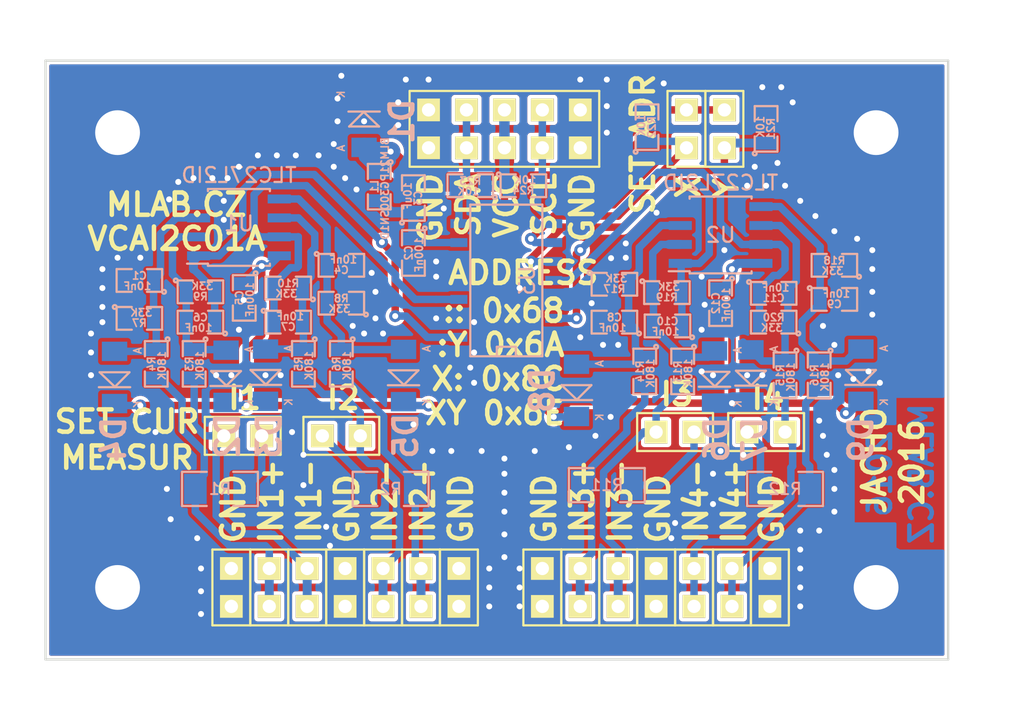
<source format=kicad_pcb>
(kicad_pcb (version 20211014) (generator pcbnew)
  (title_block (title "VCAI2C01") (company "MLAB.cz") (comment 1 "Voltage and current AD converter  with I2C"))
  (layers (0 "F.Cu" signal) (31 "B.Cu" signal) (34 "B.Paste" user) (35 "F.Paste" user) (36 "B.SilkS" user "B.Silkscreen") (37 "F.SilkS" user "F.Silkscreen") (38 "B.Mask" user) (39 "F.Mask" user) (44 "Edge.Cuts" user))
  (net 0 "")
  (net 1 "GND")
  (net 2 "VCC")
  (net 3 "/OUT1")
  (net 4 "/OUT2")
  (net 5 "/OUT3")
  (net 6 "/OUT4")
  (net 7 "Net-(J2-Pad2)")
  (net 8 "Net-(J4-Pad2)")
  (net 9 "Net-(J6-Pad2)")
  (net 10 "Net-(J8-Pad2)")
  (net 11 "/SDA")
  (net 12 "/SCL")
  (net 13 "/A0")
  (net 14 "/A1")
  (net 15 "/IN1-")
  (net 16 "/IN1+")
  (net 17 "/IN2+")
  (net 18 "/IN3+")
  (net 19 "/IN4+")
  (net 20 "/IN2-")
  (net 21 "/IN3-")
  (net 22 "/IN4-")
  (net 23 "/IN1_2+")
  (net 24 "/IN2_2+")
  (net 25 "/IN1_2-")
  (net 26 "/IN2_2-")
  (net 27 "/IN3_2+")
  (net 28 "/IN4_2+")
  (net 29 "/IN3_2-")
  (net 30 "/IN4_2-")
  (net 31 "Net-(C2-Pad1)")
  (footprint "Mlab_Pin_Headers:Straight_1x02" (layer "F.Cu") (at 130.556 80.01 90)
    (fp_text reference "J2" hide)
    (fp_text value "CONN_2" hide)
  )
  (footprint "Mlab_Pin_Headers:Straight_1x02" (layer "F.Cu") (at 137.16 80.01 -90)
    (fp_text reference "J4" hide)
    (fp_text value "CONN_2" hide)
  )
  (footprint "Mlab_Pin_Headers:Straight_1x02" (layer "F.Cu") (at 159.512 79.756 90)
    (fp_text reference "J6" hide)
    (fp_text value "CONN_2" hide)
  )
  (footprint "Mlab_Pin_Headers:Straight_1x02" (layer "F.Cu") (at 165.608 79.756 -90)
    (fp_text reference "J8" hide)
    (fp_text value "CONN_2" hide)
  )
  (footprint "Mlab_Pin_Headers:Straight_2x01" (layer "F.Cu") (at 160.274 59.436 90)
    (fp_text reference "J10" hide)
    (fp_text value "JUMP2_2x1" hide)
  )
  (footprint "Mlab_Pin_Headers:Straight_2x01" (layer "F.Cu") (at 162.814 59.436 90)
    (fp_text reference "J11" hide)
    (fp_text value "JUMP2_2x1" hide)
  )
  (footprint "Mlab_Pin_Headers:Straight_2x05" (layer "F.Cu") (at 148.082 59.436 90)
    (fp_text reference "J13" hide)
    (fp_text value "JUMP_5X2" hide)
  )
  (footprint "Mlab_Mechanical:MountingHole_3mm" (layer "F.Cu") (at 172.974 59.69)
    (fp_text reference "M1" hide)
    (fp_text value "HOLE" hide)
  )
  (footprint "Mlab_Mechanical:MountingHole_3mm" (layer "F.Cu") (at 122.174 90.17)
    (fp_text reference "M2" hide)
    (fp_text value "HOLE" hide)
  )
  (footprint "Mlab_Mechanical:MountingHole_3mm" (layer "F.Cu") (at 172.974 90.17)
    (fp_text reference "M3" hide)
    (fp_text value "HOLE" hide)
  )
  (footprint "Mlab_Mechanical:MountingHole_3mm" (layer "F.Cu") (at 122.174 59.69)
    (fp_text reference "M4" hide)
    (fp_text value "HOLE" hide)
  )
  (footprint "Mlab_Pin_Headers:Straight_1x02" (layer "F.Cu") (at 145.034 90.17)
    (fp_text reference "J14" hide)
    (fp_text value "JUMP_2x1" hide)
  )
  (footprint "Mlab_Pin_Headers:Straight_1x02" (layer "F.Cu") (at 139.954 90.17)
    (fp_text reference "J15" hide)
    (fp_text value "JUMP_2x1" hide)
  )
  (footprint "Mlab_Pin_Headers:Straight_1x02" (layer "F.Cu") (at 142.494 90.17)
    (fp_text reference "J16" hide)
    (fp_text value "JUMP_2x1" hide)
  )
  (footprint "Mlab_Pin_Headers:Straight_1x02" (layer "F.Cu") (at 137.414 90.17)
    (fp_text reference "J17" hide)
    (fp_text value "JUMP_2x1" hide)
  )
  (footprint "Mlab_Pin_Headers:Straight_1x02" (layer "F.Cu") (at 155.702 90.17)
    (fp_text reference "J18" hide)
    (fp_text value "JUMP_2x1" hide)
  )
  (footprint "Mlab_Pin_Headers:Straight_1x02" (layer "F.Cu") (at 153.162 90.17)
    (fp_text reference "J19" hide)
    (fp_text value "JUMP_2x1" hide)
  )
  (footprint "Mlab_Pin_Headers:Straight_1x02" (layer "F.Cu") (at 165.862 90.17)
    (fp_text reference "J20" hide)
    (fp_text value "JUMP_2x1" hide)
  )
  (footprint "Mlab_Pin_Headers:Straight_1x02" (layer "F.Cu") (at 160.782 90.17)
    (fp_text reference "J21" hide)
    (fp_text value "JUMP_2x1" hide)
  )
  (footprint "Mlab_Pin_Headers:Straight_1x02" (layer "F.Cu") (at 163.322 90.17)
    (fp_text reference "J22" hide)
    (fp_text value "JUMP_2x1" hide)
  )
  (footprint "Mlab_Pin_Headers:Straight_1x02" (layer "F.Cu") (at 150.622 90.17)
    (fp_text reference "J23" hide)
    (fp_text value "JUMP_2x1" hide)
  )
  (footprint "Mlab_Pin_Headers:Straight_2x01" (layer "F.Cu") (at 158.242 90.17 90)
    (fp_text reference "J3" hide)
    (fp_text value "JUMP_2x1" hide)
  )
  (footprint "Mlab_Pin_Headers:Straight_1x02" (layer "F.Cu") (at 129.794 90.17)
    (fp_text reference "J5" hide)
    (fp_text value "JUMP_2x1" hide)
  )
  (footprint "Mlab_Pin_Headers:Straight_1x02" (layer "F.Cu") (at 134.874 90.17)
    (fp_text reference "J7" hide)
    (fp_text value "JUMP_2x1" hide)
  )
  (footprint "Mlab_Pin_Headers:Straight_1x02" (layer "F.Cu") (at 132.334 90.17)
    (fp_text reference "J9" hide)
    (fp_text value "JUMP_2x1" hide)
  )
  (footprint "Mlab_R:SMD-0805" (layer "B.Cu") (at 123.6345 69.596 180)
    (fp_text reference "C1")
    (fp_text value "10nF")
  )
  (footprint "Mlab_R:SMD-0805" (layer "B.Cu") (at 141.986 67.7545 -90)
    (fp_text reference "C2")
    (fp_text value "100nF")
  )
  (footprint "Mlab_R:SMD-0805" (layer "B.Cu") (at 141.986 64.0715 90)
    (fp_text reference "C3")
    (fp_text value "10uF")
  )
  (footprint "Mlab_R:SMD-0805" (layer "B.Cu") (at 137.16 68.58)
    (fp_text reference "C4")
    (fp_text value "10nF")
  )
  (footprint "Mlab_R:SMD-0805" (layer "B.Cu") (at 130.6576 70.7644 -90)
    (fp_text reference "C5")
    (fp_text value "100nF")
  )
  (footprint "Mlab_R:SMD-0805" (layer "B.Cu") (at 127.7239 72.39 180)
    (fp_text reference "C6")
    (fp_text value "10nF")
  )
  (footprint "Mlab_R:SMD-0805" (layer "B.Cu") (at 133.604 72.39)
    (fp_text reference "C7")
    (fp_text value "10nF")
  )
  (footprint "Mlab_R:SMD-0805" (layer "B.Cu") (at 155.448 72.39 180)
    (fp_text reference "C8")
    (fp_text value "10nF")
  )
  (footprint "Mlab_R:SMD-0805" (layer "B.Cu") (at 170.18 70.866)
    (fp_text reference "C9")
    (fp_text value "10nF")
  )
  (footprint "Mlab_R:SMD-0805" (layer "B.Cu") (at 159.004 72.644 180)
    (fp_text reference "C10")
    (fp_text value "10nF")
  )
  (footprint "Mlab_R:SMD-0805" (layer "B.Cu") (at 166.116 70.4596)
    (fp_text reference "C11")
    (fp_text value "10nF")
  )
  (footprint "Mlab_D:Diode-MiniMELF_Standard" (layer "B.Cu") (at 138.684 58.928 90)
    (fp_text reference "D1")
    (fp_text value "BZV55C" hide)
  )
  (footprint "Mlab_D:MiniMELF_Standard" (layer "B.Cu") (at 129.4384 76.01966 -90)
    (fp_text reference "D2")
    (fp_text value "BAS85" hide)
  )
  (footprint "Mlab_D:MiniMELF_Standard" (layer "B.Cu") (at 132.08 75.946 -90)
    (fp_text reference "D3")
    (fp_text value "BAS85" hide)
  )
  (footprint "Mlab_D:MiniMELF_Standard" (layer "B.Cu") (at 121.9708 76.0984 -90)
    (fp_text reference "D4")
    (fp_text value "BAS85" hide)
  )
  (footprint "Mlab_D:MiniMELF_Standard" (layer "B.Cu") (at 141.3256 75.96886 -90)
    (fp_text reference "D5")
    (fp_text value "BAS85" hide)
  )
  (footprint "Mlab_D:MiniMELF_Standard" (layer "B.Cu") (at 162.1536 76.07046 -90)
    (fp_text reference "D6")
    (fp_text value "BAS85" hide)
  )
  (footprint "Mlab_D:MiniMELF_Standard" (layer "B.Cu") (at 164.592 75.9968 -90)
    (fp_text reference "D7")
    (fp_text value "BAS85" hide)
  )
  (footprint "Mlab_D:MiniMELF_Standard" (layer "B.Cu") (at 152.908 76.962 -90)
    (fp_text reference "D8")
    (fp_text value "BAS85" hide)
  )
  (footprint "Mlab_D:MiniMELF_Standard" (layer "B.Cu") (at 171.958 75.946 -90)
    (fp_text reference "D9")
    (fp_text value "BAS85" hide)
  )
  (footprint "Mlab_R:SMD-0805" (layer "B.Cu") (at 127.3048 75.184 -90)
    (fp_text reference "R3")
    (fp_text value "180K")
  )
  (footprint "Mlab_R:SMD-0805" (layer "B.Cu") (at 124.7648 75.184 -90)
    (fp_text reference "R4")
    (fp_text value "180K")
  )
  (footprint "Mlab_R:SMD-0805" (layer "B.Cu") (at 134.62 75.184 -90)
    (fp_text reference "R5")
    (fp_text value "180K")
  )
  (footprint "Mlab_R:SMD-0805" (layer "B.Cu") (at 137.16 75.184 -90)
    (fp_text reference "R6")
    (fp_text value "180K")
  )
  (footprint "Mlab_R:SMD-0805" (layer "B.Cu") (at 123.6345 72.136)
    (fp_text reference "R7")
    (fp_text value "33K")
  )
  (footprint "Mlab_R:SMD-0805" (layer "B.Cu") (at 137.16 71.12 180)
    (fp_text reference "R8")
    (fp_text value "33K")
  )
  (footprint "Mlab_R:SMD-0805" (layer "B.Cu") (at 127.7239 70.358)
    (fp_text reference "R9")
    (fp_text value "33K")
  )
  (footprint "Mlab_R:SMD-0805" (layer "B.Cu") (at 133.604 70.104 180)
    (fp_text reference "R10")
    (fp_text value "33K")
  )
  (footprint "Mlab_R:SMD-0805" (layer "B.Cu") (at 160.02 75.692 -90)
    (fp_text reference "R13")
    (fp_text value "180K")
  )
  (footprint "Mlab_R:SMD-0805" (layer "B.Cu") (at 157.48 75.692 -90)
    (fp_text reference "R14")
    (fp_text value "180K")
  )
  (footprint "Mlab_R:SMD-0805" (layer "B.Cu") (at 166.878 75.946 -90)
    (fp_text reference "R15")
    (fp_text value "180K")
  )
  (footprint "Mlab_R:SMD-0805" (layer "B.Cu") (at 169.164 75.946 -90)
    (fp_text reference "R16")
    (fp_text value "180K")
  )
  (footprint "Mlab_R:SMD-0805" (layer "B.Cu") (at 155.448 69.85)
    (fp_text reference "R17")
    (fp_text value "33K")
  )
  (footprint "Mlab_R:SMD-0805" (layer "B.Cu") (at 170.18 68.58 180)
    (fp_text reference "R18")
    (fp_text value "33K")
  )
  (footprint "Mlab_R:SMD-0805" (layer "B.Cu") (at 158.9659 70.4088)
    (fp_text reference "R19")
    (fp_text value "33K")
  )
  (footprint "Mlab_R:SMD-0805" (layer "B.Cu") (at 166.116 72.39 180)
    (fp_text reference "R20")
    (fp_text value "33K")
  )
  (footprint "Mlab_R:SMD-0805" (layer "B.Cu") (at 165.608 59.436 90)
    (fp_text reference "R21")
    (fp_text value "10K")
  )
  (footprint "Mlab_R:SMD-0805" (layer "B.Cu") (at 157.6324 59.3217 90)
    (fp_text reference "R22")
    (fp_text value "10K")
  )
  (footprint "Mlab_R:SMD-0805" (layer "B.Cu") (at 145.796 63.246 180)
    (fp_text reference "R23")
    (fp_text value "10K")
  )
  (footprint "Mlab_R:SMD-0805" (layer "B.Cu") (at 149.352 63.246)
    (fp_text reference "R24")
    (fp_text value "10K")
  )
  (footprint "Mlab_IO:SOIC-8_3.9x4.9mm_Pitch1.27mm" (layer "B.Cu") (at 130.302 66.04)
    (fp_text reference "U1")
    (fp_text value "TLC27L2ID")
  )
  (footprint "Mlab_IO:SOIC-8_3.9x4.9mm_Pitch1.27mm" (layer "B.Cu") (at 162.56 66.548)
    (fp_text reference "U2")
    (fp_text value "TLC27L2ID")
  )
  (footprint "Mlab_IO:SOIC-14" (layer "B.Cu") (at 148.336 69.596 90)
    (fp_text reference "U3")
    (fp_text value "MCP3424")
  )
  (footprint "Mlab_R:SMD-0805" (layer "B.Cu") (at 162.56 71.12 -90)
    (fp_text reference "C12")
    (fp_text value "100nF")
  )
  (footprint "Mlab_R:SMD-0805" (layer "B.Cu") (at 139.7 63.3095 -90)
    (fp_text reference "L1")
    (fp_text value "BLM21PG300SN1D")
  )
  (footprint "Mlab_R:SMD-1206" (layer "B.Cu") (at 129.032 83.566)
    (fp_text reference "R1")
    (fp_text value "249R" hide)
  )
  (footprint "Mlab_R:SMD-1206" (layer "B.Cu") (at 140.462 83.566 180)
    (fp_text reference "R2")
    (fp_text value "249R" hide)
  )
  (footprint "Mlab_R:SMD-1206" (layer "B.Cu") (at 154.94 83.312)
    (fp_text reference "R11")
    (fp_text value "249R" hide)
  )
  (footprint "Mlab_R:SMD-1206" (layer "B.Cu") (at 166.878 83.566 180)
    (fp_text reference "R12")
    (fp_text value "249R" hide)
  )
  (gr_line (start 117.348 94.996) (end 177.8 94.996) (layer "Edge.Cuts") (width 0.15))
  (gr_line (start 117.348 54.864) (end 177.8 54.864) (layer "Edge.Cuts") (width 0.15))
  (gr_line (start 117.348 94.996) (end 117.348 54.864) (layer "Edge.Cuts") (width 0.15))
  (gr_line (start 177.8 94.996) (end 177.8 54.864) (layer "Edge.Cuts") (width 0.15))
  (gr_text "2016" (at 173.228 82.55 90) (layer "B.Cu") (effects (font (size 1.5 1.5) (thickness 0.3)) (justify mirror)))
  (gr_text "MLAB.CZ" (at 176.022 82.55 90) (layer "B.Cu") (effects (font (size 1.5 1.5) (thickness 0.3)) (justify mirror)))
  (gr_text "SET ADR" (at 157.353 60.452 90) (layer "F.SilkS") (effects (font (size 1.5 1.5) (thickness 0.3))))
  (gr_text "X" (at 160.401 64.262 90) (layer "F.SilkS") (effects (font (size 1.5 1.5) (thickness 0.3)) (justify left)))
  (gr_text "GND" (at 129.921 87.376 90) (layer "F.SilkS") (effects (font (size 1.5 1.5) (thickness 0.3)) (justify left)))
  (gr_text "IN1-" (at 135.001 87.376 90) (layer "F.SilkS") (effects (font (size 1.5 1.5) (thickness 0.3)) (justify left)))
  (gr_text "GND" (at 165.989 87.376 90) (layer "F.SilkS") (effects (font (size 1.5 1.5) (thickness 0.3)) (justify left)))
  (gr_text "IN2+" (at 142.621 87.376 90) (layer "F.SilkS") (effects (font (size 1.5 1.5) (thickness 0.3)) (justify left)))
  (gr_text "IN3+" (at 153.289 87.376 90) (layer "F.SilkS") (effects (font (size 1.5 1.5) (thickness 0.3)) (justify left)))
  (gr_text "GND" (at 153.289 62.23 90) (layer "F.SilkS") (effects (font (size 1.5 1.5) (thickness 0.3)) (justify right)))
  (gr_text "I4" (at 165.735 77.47) (layer "F.SilkS") (effects (font (size 1.5 1.5) (thickness 0.3))))
  (gr_text "SDA" (at 145.669 62.23 90) (layer "F.SilkS") (effects (font (size 1.5 1.5) (thickness 0.3)) (justify right)))
  (gr_text "GND" (at 158.369 87.376 90) (layer "F.SilkS") (effects (font (size 1.5 1.5) (thickness 0.3)) (justify left)))
  (gr_text "GND" (at 150.749 87.376 90) (layer "F.SilkS") (effects (font (size 1.5 1.5) (thickness 0.3)) (justify left)))
  (gr_text "Y" (at 162.941 64.262 90) (layer "F.SilkS") (effects (font (size 1.5 1.5) (thickness 0.3)) (justify left)))
  (gr_text "SCL" (at 150.749 62.23 90) (layer "F.SilkS") (effects (font (size 1.5 1.5) (thickness 0.3)) (justify right)))
  (gr_text "I3" (at 159.639 77.216) (layer "F.SilkS") (effects (font (size 1.5 1.5) (thickness 0.3))))
  (gr_text "VCAI2C01A" (at 126.111 66.802) (layer "F.SilkS") (effects (font (size 1.5 1.5) (thickness 0.3))))
  (gr_text "GND" (at 145.161 87.376 90) (layer "F.SilkS") (effects (font (size 1.5 1.5) (thickness 0.3)) (justify left)))
  (gr_text "IN1+" (at 132.461 87.376 90) (layer "F.SilkS") (effects (font (size 1.5 1.5) (thickness 0.3)) (justify left)))
  (gr_text "I1" (at 130.683 77.47) (layer "F.SilkS") (effects (font (size 1.5 1.5) (thickness 0.3))))
  (gr_text ":Y 0x6A" (at 152.273 73.914) (layer "F.SilkS") (effects (font (size 1.5 1.5) (thickness 0.3)) (justify right)))
  (gr_text "IN3-" (at 155.829 87.376 90) (layer "F.SilkS") (effects (font (size 1.5 1.5) (thickness 0.3)) (justify left)))
  (gr_text "MLAB.CZ" (at 126.111 64.516) (layer "F.SilkS") (effects (font (size 1.5 1.5) (thickness 0.3))))
  (gr_text "JACHO" (at 172.847 81.661 90) (layer "F.SilkS") (effects (font (size 1.5 1.5) (thickness 0.3))))
  (gr_text "I2" (at 137.287 77.47) (layer "F.SilkS") (effects (font (size 1.5 1.5) (thickness 0.3))))
  (gr_text ":: 0x68" (at 152.273 71.628) (layer "F.SilkS") (effects (font (size 1.5 1.5) (thickness 0.3)) (justify right)))
  (gr_text "IN4+" (at 163.449 87.376 90) (layer "F.SilkS") (effects (font (size 1.5 1.5) (thickness 0.3)) (justify left)))
  (gr_text "2016" (at 175.387 81.788 90) (layer "F.SilkS") (effects (font (size 1.5 1.5) (thickness 0.3))))
  (gr_text "GND" (at 143.129 62.23 90) (layer "F.SilkS") (effects (font (size 1.5 1.5) (thickness 0.3)) (justify right)))
  (gr_text "XY 0x6E" (at 152.273 78.486) (layer "F.SilkS") (effects (font (size 1.5 1.5) (thickness 0.3)) (justify right)))
  (gr_text "X: 0x8C" (at 152.273 76.2) (layer "F.SilkS") (effects (font (size 1.5 1.5) (thickness 0.3)) (justify right)))
  (gr_text "GND" (at 137.541 87.376 90) (layer "F.SilkS") (effects (font (size 1.5 1.5) (thickness 0.3)) (justify left)))
  (gr_text "ADDRESS" (at 144.145 69.088) (layer "F.SilkS") (effects (font (size 1.5 1.5) (thickness 0.3)) (justify left)))
  (gr_text "VCC" (at 148.209 62.23 90) (layer "F.SilkS") (effects (font (size 1.5 1.5) (thickness 0.3)) (justify right)))
  (gr_text "IN2-" (at 140.081 87.376 90) (layer "F.SilkS") (effects (font (size 1.5 1.5) (thickness 0.3)) (justify left)))
  (gr_text "IN4-" (at 160.909 87.376 90) (layer "F.SilkS") (effects (font (size 1.5 1.5) (thickness 0.3)) (justify left)))
  (gr_text "SET CUR\nMEASUR" (at 122.809 80.264) (layer "F.SilkS") (effects (font (size 1.5 1.5) (thickness 0.3))))
  (segment (start 167.894 90.17) (end 167.894 88.9) (width 0.3) (layer "F.Cu") (net 1))
  (segment (start 122.174 68.072) (end 123.698002 68.072) (width 0.3) (layer "F.Cu") (net 1))
  (segment (start 121.158 68.834) (end 121.158 70.104) (width 0.3) (layer "F.Cu") (net 1))
  (segment (start 138.321999 72.244001) (end 137.922 72.644) (width 0.3) (layer "F.Cu") (net 1))
  (segment (start 158.242 88.9) (end 158.242 87.884) (width 0.3) (layer "F.Cu") (net 1))
  (segment (start 162.56 81.026) (end 163.83 81.026) (width 0.5) (layer "F.Cu") (net 1))
  (segment (start 169.164 79.756) (end 169.418 80.01) (width 0.3) (layer "F.Cu") (net 1))
  (segment (start 170.18 81.788) (end 170.18 82.296) (width 0.3) (layer "F.Cu") (net 1))
  (segment (start 141.478 56.134) (end 143.002 56.134) (width 0.3) (layer "F.Cu") (net 1))
  (segment (start 163.83 81.026) (end 164.084 81.28) (width 0.5) (layer "F.Cu") (net 1))
  (segment (start 134.62 81.28) (end 134.62 83.312) (width 0.3) (layer "F.Cu") (net 1))
  (segment (start 136.906 58.928) (end 136.906 57.404) (width 0.5) (layer "F.Cu") (net 1))
  (segment (start 138.43 72.136) (end 138.321999 72.244001) (width 0.3) (layer "F.Cu") (net 1))
  (segment (start 148.082 85.09) (end 148.082 83.82) (width 0.3) (layer "F.Cu") (net 1))
  (segment (start 155.223147 68.101147) (end 156.180853 68.101147) (width 0.5) (layer "F.Cu") (net 1))
  (segment (start 156.21 68.072) (end 156.21 67.114294) (width 0.5) (layer "F.Cu") (net 1))
  (segment (start 165.608 63.246) (end 164.338 63.246) (width 0.3) (layer "F.Cu") (net 1))
  (segment (start 135.89 61.214) (end 136.652 61.976) (width 0.3) (layer "F.Cu") (net 1))
  (segment (start 140.97 59.182) (end 140.97 57.658) (width 0.3) (layer "F.Cu") (net 1))
  (segment (start 165.354 56.642) (end 166.624 56.642) (width 0.3) (layer "F.Cu") (net 1))
  (segment (start 125.476 83.566) (end 124.714 82.804) (width 0.3) (layer "F.Cu") (net 1))
  (segment (start 171.704 66.802) (end 171.958 66.802) (width 0.3) (layer "F.Cu") (net 1))
  (segment (start 134.62 80.518) (end 133.858 79.756) (width 0.3) (layer "F.Cu") (net 1))
  (segment (start 144.526 81.026) (end 143.256 81.026) (width 0.3) (layer "F.Cu") (net 1))
  (segment (start 161.29 69.088) (end 162.814 67.564) (width 0.3) (layer "F.Cu") (net 1))
  (segment (start 139.446 72.136) (end 138.43 72.136) (width 0.3) (layer "F.Cu") (net 1))
  (segment (start 124.714 82.804) (end 124.714 79.756) (width 0.3) (layer "F.Cu") (net 1))
  (segment (start 170.18 71.882) (end 169.418 72.644) (width 0.3) (layer "F.Cu") (net 1))
  (segment (start 171.958 66.802) (end 172.72 67.564) (width 0.3) (layer "F.Cu") (net 1))
  (segment (start 130.81 61.976) (end 131.572 61.214) (width 0.3) (layer "F.Cu") (net 1))
  (segment (start 135.636 61.214) (end 135.89 61.214) (width 0.3) (layer "F.Cu") (net 1))
  (segment (start 170.18 66.294) (end 169.926 66.294) (width 0.3) (layer "F.Cu") (net 1))
  (segment (start 127.762 88.9) (end 127.762 90.424) (width 0.3) (layer "F.Cu") (net 1))
  (segment (start 162.052 84.582) (end 162.052 82.55) (width 0.5) (layer "F.Cu") (net 1))
  (segment (start 127 62.992) (end 127.254 62.738) (width 0.3) (layer "F.Cu") (net 1))
  (segment (start 129.286 65.532) (end 129.286 64.262014) (width 0.3) (layer "F.Cu") (net 1))
  (segment (start 148.082 81.534) (end 149.606 81.534) (width 0.3) (layer "F.Cu") (net 1))
  (segment (start 159.512 85.852) (end 159.911999 86.251999) (width 0.3) (layer "F.Cu") (net 1))
  (segment (start 148.082 82.55) (end 148.082 81.534) (width 0.3) (layer "F.Cu") (net 1))
  (segment (start 154.94 57.912) (end 154.94 59.69) (width 0.3) (layer "F.Cu") (net 1))
  (segment (start 125.73 85.598) (end 127 86.868) (width 0.3) (layer "F.Cu") (net 1))
  (segment (start 132.08 75.946) (end 133.096 75.946) (width 0.3) (layer "F.Cu") (net 1))
  (segment (start 143.51 72.136) (end 145.796 72.136) (width 0.3) (layer "F.Cu") (net 1))
  (segment (start 149.606 81.534) (end 150.114 81.026) (width 0.3) (layer "F.Cu") (net 1))
  (segment (start 153.162 56.134) (end 154.94 56.134) (width 0.3) (layer "F.Cu") (net 1))
  (segment (start 156.180853 68.101147) (end 156.21 68.072) (width 0.5) (layer "F.Cu") (net 1))
  (segment (start 169.164 86.36) (end 167.894 86.36) (width 0.3) (layer "F.Cu") (net 1))
  (segment (start 172.72 68.834) (end 172.72 70.358) (width 0.3) (layer "F.Cu") (net 1))
  (segment (start 170.434 75.946) (end 171.196 75.946) (width 0.3) (layer "F.Cu") (net 1))
  (segment (start 136.398 87.376) (end 136.398 86.36) (width 0.3) (layer "F.Cu") (net 1))
  (segment (start 146.05 75.184) (end 145.796 75.438) (width 0.3) (layer "F.Cu") (net 1))
  (segment (start 156.21 67.114294) (end 158.271147 65.053147) (width 0.5) (layer "F.Cu") (net 1))
  (segment (start 158.242 87.884) (end 159.258 86.868) (width 0.3) (layer "F.Cu") (net 1))
  (segment (start 121.158 72.389998) (end 121.158002 72.39) (width 0.3) (layer "F.Cu") (net 1))
  (segment (start 126.238 62.992) (end 127 62.992) (width 0.3) (layer "F.Cu") (net 1))
  (segment (start 147.066 81.534) (end 146.558 81.026) (width 0.3) (layer "F.Cu") (net 1))
  (segment (start 148.082 81.534) (end 147.066 81.534) (width 0.3) (layer "F.Cu") (net 1))
  (segment (start 169.164 78.994) (end 169.164 79.756) (width 0.3) (layer "F.Cu") (net 1))
  (segment (start 161.29 69.342) (end 161.29 69.088) (width 0.3) (layer "F.Cu") (net 1))
  (segment (start 138.684 58.928) (end 136.906 58.928) (width 0.5) (layer "F.Cu") (net 1))
  (segment (start 149.098 91.44) (end 149.098 90.17) (width 0.3) (layer "F.Cu") (net 1))
  (segment (start 138.684 73.152) (end 139.954 73.152) (width 0.3) (layer "F.Cu") (net 1))
  (segment (start 139.192 69.088) (end 139.192 70.104) (width 0.3) (layer "F.Cu") (net 1))
  (segment (start 121.158 71.374) (end 121.158 72.389998) (width 0.3) (layer "F.Cu") (net 1))
  (segment (start 136.398 86.36) (end 136.144 86.106) (width 0.3) (layer "F.Cu") (net 1))
  (segment (start 120.396 73.152) (end 120.396 74.422) (width 0.3) (layer "F.Cu") (net 1))
  (segment (start 129.286 64.262014) (end 129.286014 64.262) (width 0.3) (layer "F.Cu") (net 1))
  (segment (start 171.196 75.946) (end 171.45 76.2) (width 0.3) (layer "F.Cu") (net 1))
  (segment (start 134.62 81.28) (end 134.62 80.518) (width 0.3) (layer "F.Cu") (net 1))
  (segment (start 143.51 68.326) (end 143.51 69.342) (width 0.3) (layer "F.Cu") (net 1))
  (segment (start 153.416 80.772) (end 154.178 80.01) (width 0.3) (layer "F.Cu") (net 1))
  (segment (start 169.926 66.294) (end 168.91 65.278) (width 0.3) (layer "F.Cu") (net 1))
  (segment (start 166.116 61.976) (end 166.37 61.722) (width 0.3) (layer "F.Cu") (net 1))
  (segment (start 172.466 75.692) (end 173.228 76.454) (width 0.3) (layer "F.Cu") (net 1))
  (segment (start 164.846 61.976) (end 166.116 61.976) (width 0.3) (layer "F.Cu") (net 1))
  (segment (start 137.414 62.738) (end 138.176 63.5) (width 0.3) (layer "F.Cu") (net 1))
  (segment (start 145.796 72.136) (end 146.05 72.39) (width 0.3) (layer "F.Cu") (net 1))
  (segment (start 139.192 70.104) (end 139.446 70.358) (width 0.3) (layer "F.Cu") (net 1))
  (segment (start 167.894 64.262) (end 166.878 63.246) (width 0.3) (layer "F.Cu") (net 1))
  (segment (start 159.911999 86.251999) (end 160.890001 86.251999) (width 0.3) (layer "F.Cu") (net 1))
  (segment (start 146.05 74.422) (end 146.05 75.184) (width 0.3) (layer "F.Cu") (net 1))
  (segment (start 129.794 75.946) (end 128.778 75.946) (width 0.3) (layer "F.Cu") (net 1))
  (segment (start 155.702 73.914) (end 154.686 73.914) (width 0.3) (layer "F.Cu") (net 1))
  (segment (start 172.72 71.882) (end 170.18 71.882) (width 0.3) (layer "F.Cu") (net 1))
  (segment (start 152.4 80.772) (end 153.416 80.772) (width 0.3) (layer "F.Cu") (net 1))
  (segment (start 164.338 75.946) (end 165.354 75.946) (width 0.3) (layer "F.Cu") (net 1))
  (segment (start 128.524 62.738) (end 129.54 62.738) (width 0.3) (layer "F.Cu") (net 1))
  (segment (start 127 86.868) (end 127.508 86.868) (width 0.3) (layer "F.Cu") (net 1))
  (segment (start 161.29 72.898) (end 161.29 75.691996) (width 0.3) (layer "F.Cu") (net 1))
  (segment (start 121.158 71.882) (end 121.158 72.389998) (width 0.3) (layer "F.Cu") (net 1))
  (segment (start 170.18 83.566) (end 170.18 85.09) (width 0.3) (layer "F.Cu") (net 1))
  (segment (start 148.082 86.614) (end 148.082 88.138) (width 0.3) (layer "F.Cu") (net 1))
  (segment (start 132.842 61.214) (end 134.112 61.214) (width 0.3) (layer "F.Cu") (net 1))
  (segment (start 169.672 81.28) (end 170.18 81.788) (width 0.3) (layer "F.Cu") (net 1))
  (segment (start 165.862 91.44) (end 167.894 91.44) (width 0.3) (layer "F.Cu") (net 1))
  (segment (start 147.066 90.17) (end 147.066 88.9) (width 0.3) (layer "F.Cu") (net 1))
  (segment (start 145.034 91.44) (end 147.066 91.44) (width 0.3) (layer "F.Cu") (net 1))
  (segment (start 130.302 61.976) (end 130.81 61.976) (width 0.3) (layer "F.Cu") (net 1))
  (via (at 125.6284 64.1604) (size 0.8) (drill 0.4) (layers "F.Cu" "B.Cu") (net 1))
  (via (at 170.18 85.09) (size 0.8) (drill 0.4) (layers "F.Cu" "B.Cu") (net 1))
  (via (at 136.906 58.928) (size 0.8) (drill 0.4) (layers "F.Cu" "B.Cu") (net 1))
  (via (at 150.114 81.026) (size 0.8) (drill 0.4) (layers "F.Cu" "B.Cu") (net 1))
  (via (at 134.62 83.312) (size 0.8) (drill 0.4) (layers "F.Cu" "B.Cu") (net 1))
  (via (at 121.158 71.374) (size 0.8) (drill 0.4) (layers "F.Cu" "B.Cu") (net 1))
  (via (at 162.56 81.026) (size 0.8) (drill 0.4) (layers "F.Cu" "B.Cu") (net 1))
  (via (at 169.164 78.994) (size 0.8) (drill 0.4) (layers "F.Cu" "B.Cu") (net 1))
  (via (at 143.51 72.136) (size 0.8) (drill 0.4) (layers "F.Cu" "B.Cu") (net 1))
  (via (at 127.762 91.948) (size 0.8) (drill 0.4) (layers "F.Cu" "B.Cu") (net 1))
  (via (at 132.842 61.214) (size 0.8) (drill 0.4) (layers "F.Cu" "B.Cu") (net 1))
  (via (at 134.62 81.28) (size 0.8) (drill 0.4) (layers "F.Cu" "B.Cu") (net 1))
  (via (at 130.302 61.976) (size 0.8) (drill 0.4) (layers "F.Cu" "B.Cu") (net 1))
  (via (at 139.446 72.136) (size 0.8) (drill 0.4) (layers "F.Cu" "B.Cu") (net 1))
  (via (at 149.098 88.9) (size 0.8) (drill 0.4) (layers "F.Cu" "B.Cu") (net 1))
  (via (at 161.4932 71.2216) (size 0.8) (drill 0.4) (layers "F.Cu" "B.Cu") (net 1))
  (via (at 164.338 75.946) (size 0.8) (drill 0.4) (layers "F.Cu" "B.Cu") (net 1))
  (via (at 133.096 75.946) (size 0.8) (drill 0.4) (layers "F.Cu" "B.Cu") (net 1))
  (via (at 130.302 72.898) (size 0.8) (drill 0.4) (layers "F.Cu" "B.Cu") (net 1))
  (via (at 122.174 68.072) (size 0.8) (drill 0.4) (layers "F.Cu" "B.Cu") (net 1))
  (via (at 136.144 86.106) (size 0.8) (drill 0.4) (layers "F.Cu" "B.Cu") (net 1))
  (via (at 138.176 63.5) (size 0.8) (drill 0.4) (layers "F.Cu" "B.Cu") (net 1))
  (via (at 139.954 73.152) (size 0.8) (drill 0.4) (layers "F.Cu" "B.Cu") (net 1))
  (via (at 155.223147 68.101147) (size 0.8) (drill 0.4) (layers "F.Cu" "B.Cu") (net 1))
  (via (at 170.18 82.296) (size 0.8) (drill 0.4) (layers "F.Cu" "B.Cu") (net 1))
  (via (at 129.286014 64.262) (size 0.8) (drill 0.4) (layers "F.Cu" "B.Cu") (net 1))
  (via (at 148.082 83.82) (size 0.8) (drill 0.4) (layers "F.Cu" "B.Cu") (net 1))
  (via (at 166.37 61.722) (size 0.8) (drill 0.4) (layers "F.Cu" "B.Cu") (net 1))
  (via (at 148.082 81.534) (size 0.8) (drill 0.4) (layers "F.Cu" "B.Cu") (net 1))
  (via (at 167.894 88.9) (size 0.8) (drill 0.4) (layers "F.Cu" "B.Cu") (net 1))
  (via (at 167.894 86.36) (size 0.8) (drill 0.4) (layers "F.Cu" "B.Cu") (net 1))
  (via (at 127.762 88.9) (size 0.8) (drill 0.4) (layers "F.Cu" "B.Cu") (net 1))
  (via (at 162.052 82.55) (size 0.8) (drill 0.4) (layers "F.Cu" "B.Cu") (net 1))
  (via (at 164.338 63.246) (size 0.8) (drill 0.4) (layers "F.Cu" "B.Cu") (net 1))
  (via (at 168.91 65.278) (size 0.8) (drill 0.4) (layers "F.Cu" "B.Cu") (net 1))
  (via (at 170.18 83.566) (size 0.8) (drill 0.4) (layers "F.Cu" "B.Cu") (net 1))
  (via (at 149.098 90.17) (size 0.8) (drill 0.4) (layers "F.Cu" "B.Cu") (net 1))
  (via (at 156.21 68.072) (size 0.8) (drill 0.4) (layers "F.Cu" "B.Cu") (net 1))
  (via (at 147.066 91.44) (size 0.8) (drill 0.4) (layers "F.Cu" "B.Cu") (net 1))
  (via (at 145.796 75.438) (size 0.8) (drill 0.4) (layers "F.Cu" "B.Cu") (net 1))
  (via (at 146.05 74.422) (size 0.8) (drill 0.4) (layers "F.Cu" "B.Cu") (net 1))
  (via (at 170.18 66.294) (size 0.8) (drill 0.4) (layers "F.Cu" "B.Cu") (net 1))
  (via (at 155.702 73.914) (size 0.8) (drill 0.4) (layers "F.Cu" "B.Cu") (net 1))
  (via (at 172.72 70.358) (size 0.8) (drill 0.4) (layers "F.Cu" "B.Cu") (net 1))
  (via (at 171.704 66.802) (size 0.8) (drill 0.4) (layers "F.Cu" "B.Cu") (net 1))
  (via (at 143.51 69.342) (size 0.8) (drill 0.4) (layers "F.Cu" "B.Cu") (net 1))
  (via (at 141.986 79.248) (size 0.8) (drill 0.4) (layers "F.Cu" "B.Cu") (net 1))
  (via (at 144.526 81.026) (size 0.8) (drill 0.4) (layers "F.Cu" "B.Cu") (net 1))
  (via (at 152.4 80.772) (size 0.8) (drill 0.4) (layers "F.Cu" "B.Cu") (net 1))
  (via (at 161.29 72.898) (size 0.8) (drill 0.4) (layers "F.Cu" "B.Cu") (net 1))
  (via (at 166.878 63.246) (size 0.8) (drill 0.4) (layers "F.Cu" "B.Cu") (net 1))
  (via (at 131.572 61.214) (size 0.8) (drill 0.4) (layers "F.Cu" "B.Cu") (net 1))
  (via (at 137.922 72.644) (size 0.8) (drill 0.4) (layers "F.Cu" "B.Cu") (net 1))
  (via (at 128.778 75.946) (size 0.8) (drill 0.4) (layers "F.Cu" "B.Cu") (net 1))
  (via (at 125.73 85.598) (size 0.8) (drill 0.4) (layers "F.Cu" "B.Cu") (net 1))
  (via (at 169.418 80.01) (size 0.8) (drill 0.4) (layers "F.Cu" "B.Cu") (net 1))
  (via (at 127.762 90.424) (size 0.8) (drill 0.4) (layers "F.Cu" "B.Cu") (net 1))
  (via (at 147.066 88.9) (size 0.8) (drill 0.4) (layers "F.Cu" "B.Cu") (net 1))
  (via (at 120.396 73.152) (size 0.8) (drill 0.4) (layers "F.Cu" "B.Cu") (net 1))
  (via (at 146.05 76.454) (size 0.8) (drill 0.4) (layers "F.Cu" "B.Cu") (net 1))
  (via (at 149.098 70.104) (size 0.8) (drill 0.4) (layers "F.Cu" "B.Cu") (net 1))
  (via (at 154.94 59.69) (size 0.8) (drill 0.4) (layers "F.Cu" "B.Cu") (net 1))
  (via (at 162.814 67.564) (size 0.8) (drill 0.4) (layers "F.Cu" "B.Cu") (net 1))
  (via (at 138.684 73.152) (size 0.8) (drill 0.4) (layers "F.Cu" "B.Cu") (net 1))
  (via (at 156.21 67.114294) (size 0.8) (drill 0.4) (layers "F.Cu" "B.Cu") (net 1))
  (via (at 136.652 61.976) (size 0.8) (drill 0.4) (layers "F.Cu" "B.Cu") (net 1))
  (via (at 172.72 67.564) (size 0.8) (drill 0.4) (layers "F.Cu" "B.Cu") (net 1))
  (via (at 165.354 75.946) (size 0.8) (drill 0.4) (layers "F.Cu" "B.Cu") (net 1))
  (via (at 121.158002 72.39) (size 0.8) (drill 0.4) (layers "F.Cu" "B.Cu") (net 1))
  (via (at 139.446 70.358) (size 0.8) (drill 0.4) (layers "F.Cu" "B.Cu") (net 1))
  (via (at 149.098 91.44) (size 0.8) (drill 0.4) (layers "F.Cu" "B.Cu") (net 1))
  (via (at 138.684 58.928) (size 0.8) (drill 0.4) (layers "F.Cu" "B.Cu") (net 1))
  (via (at 153.162 73.406) (size 0.8) (drill 0.4) (layers "F.Cu" "B.Cu") (net 1))
  (via (at 148.082 86.614) (size 0.8) (drill 0.4) (layers "F.Cu" "B.Cu") (net 1))
  (via (at 161.29 69.342) (size 0.8) (drill 0.4) (layers "F.Cu" "B.Cu") (net 1))
  (via (at 153.162 56.134) (size 0.8) (drill 0.4) (layers "F.Cu" "B.Cu") (net 1))
  (via (at 129.286 65.532) (size 0.8) (drill 0.4) (layers "F.Cu" "B.Cu") (net 1))
  (via (at 136.398 87.376) (size 0.8) (drill 0.4) (layers "F.Cu" "B.Cu") (net 1))
  (via (at 148.082 88.138) (size 0.8) (drill 0.4) (layers "F.Cu" "B.Cu") (net 1))
  (via (at 159.258 86.868) (size 0.8) (drill 0.4) (layers "F.Cu" "B.Cu") (net 1))
  (via (at 167.386 57.658) (size 0.8) (drill 0.4) (layers "F.Cu" "B.Cu") (net 1))
  (via (at 128.524 62.738) (size 0.8) (drill 0.4) (layers "F.Cu" "B.Cu") (net 1))
  (via (at 136.652 60.452) (size 0.8) (drill 0.4) (layers "F.Cu" "B.Cu") (net 1))
  (via (at 147.066 90.17) (size 0.8) (drill 0.4) (layers "F.Cu" "B.Cu") (net 1))
  (via (at 146.558 81.026) (size 0.8) (drill 0.4) (layers "F.Cu" "B.Cu") (net 1))
  (via (at 124.714 79.756) (size 0.8) (drill 0.4) (layers "F.Cu" "B.Cu") (net 1))
  (via (at 169.672 81.28) (size 0.8) (drill 0.4) (layers "F.Cu" "B.Cu") (net 1))
  (via (at 126.238 62.992) (size 0.8) (drill 0.4) (layers "F.Cu" "B.Cu") (net 1))
  (via (at 134.112 61.214) (size 0.8) (drill 0.4) (layers "F.Cu" "B.Cu") (net 1))
  (via (at 172.466 75.692) (size 0.8) (drill 0.4) (layers "F.Cu" "B.Cu") (net 1))
  (via (at 169.418 72.644) (size 0.8) (drill 0.4) (layers "F.Cu" "B.Cu") (net 1))
  (via (at 166.624 56.642) (size 0.8) (drill 0.4) (layers "F.Cu" "B.Cu") (net 1))
  (via (at 154.94 56.134) (size 0.8) (drill 0.4) (layers "F.Cu" "B.Cu") (net 1))
  (via (at 120.396 74.422) (size 0.8) (drill 0.4) (layers "F.Cu" "B.Cu") (net 1))
  (via (at 167.894 91.44) (size 0.8) (drill 0.4) (layers "F.Cu" "B.Cu") (net 1))
  (via (at 162.052 84.582) (size 0.8) (drill 0.4) (layers "F.Cu" "B.Cu") (net 1))
  (via (at 121.158 70.104) (size 0.8) (drill 0.4) (layers "F.Cu" "B.Cu") (net 1))
  (via (at 148.082 85.09) (size 0.8) (drill 0.4) (layers "F.Cu" "B.Cu") (net 1))
  (via (at 172.72 71.882) (size 0.8) (drill 0.4) (layers "F.Cu" "B.Cu") (net 1))
  (via (at 167.894 90.17) (size 0.8) (drill 0.4) (layers "F.Cu" "B.Cu") (net 1))
  (via (at 161.29 75.691996) (size 0.8) (drill 0.4) (layers "F.Cu" "B.Cu") (net 1))
  (via (at 153.924 71.12) (size 0.8) (drill 0.4) (layers "F.Cu" "B.Cu") (net 1))
  (via (at 125.476 83.566) (size 0.8) (drill 0.4) (layers "F.Cu" "B.Cu") (net 1))
  (via (at 127.254 62.738) (size 0.8) (drill 0.4) (layers "F.Cu" "B.Cu") (net 1))
  (via (at 154.94 57.912) (size 0.8) (drill 0.4) (layers "F.Cu" "B.Cu") (net 1))
  (via (at 158.75 56.388) (size 0.8) (drill 0.4) (layers "F.Cu" "B.Cu") (net 1))
  (via (at 155.194 78.74) (size 0.8) (drill 0.4) (layers "F.Cu" "B.Cu") (net 1))
  (via (at 143.51 68.326) (size 0.8) (drill 0.4) (layers "F.Cu" "B.Cu") (net 1))
  (via (at 171.45 76.2) (size 0.8) (drill 0.4) (layers "F.Cu" "B.Cu") (net 1))
  (via (at 159.512 85.852) (size 0.8) (drill 0.4) (layers "F.Cu" "B.Cu") (net 1))
  (via (at 132.08 75.946) (size 0.8) (drill 0.4) (layers "F.Cu" "B.Cu") (net 1))
  (via (at 154.178 80.01) (size 0.8) (drill 0.4) (layers "F.Cu" "B.Cu") (net 1))
  (via (at 129.54 62.738) (size 0.8) (drill 0.4) (layers "F.Cu" "B.Cu") (net 1))
  (via (at 130.6068 70.906402) (size 0.8) (drill 0.4) (layers "F.Cu" "B.Cu") (net 1))
  (via (at 169.164 86.36) (size 0.8) (drill 0.4) (layers "F.Cu" "B.Cu") (net 1))
  (via (at 164.846 61.976) (size 0.8) (drill 0.4) (layers "F.Cu" "B.Cu") (net 1))
  (via (at 123.698002 68.072) (size 0.8) (drill 0.4) (layers "F.Cu" "B.Cu") (net 1))
  (via (at 144.018 64.77) (size 0.8) (drill 0.4) (layers "F.Cu" "B.Cu") (net 1))
  (via (at 165.354 56.642) (size 0.8) (drill 0.4) (layers "F.Cu" "B.Cu") (net 1))
  (via (at 137.414 62.738) (size 0.8) (drill 0.4) (layers "F.Cu" "B.Cu") (net 1))
  (via (at 170.18 73.914) (size 0.8) (drill 0.4) (layers "F.Cu" "B.Cu") (net 1))
  (via (at 140.97 57.658) (size 0.8) (drill 0.4) (layers "F.Cu" "B.Cu") (net 1))
  (via (at 129.794 75.946) (size 0.8) (drill 0.4) (layers "F.Cu" "B.Cu") (net 1))
  (via (at 141.478 56.134) (size 0.8) (drill 0.4) (layers "F.Cu" "B.Cu") (net 1))
  (via (at 158.271147 65.053147) (size 0.8) (drill 0.4) (layers "F.Cu" "B.Cu") (net 1))
  (via (at 164.084 81.28) (size 0.8) (drill 0.4) (layers "F.Cu" "B.Cu") (net 1))
  (via (at 137.16 55.88) (size 0.8) (drill 0.4) (layers "F.Cu" "B.Cu") (net 1))
  (via (at 173.228 76.454) (size 0.8) (drill 0.4) (layers "F.Cu" "B.Cu") (net 1))
  (via (at 140.97 59.182) (size 0.8) (drill 0.4) (layers "F.Cu" "B.Cu") (net 1))
  (via (at 127.508 86.868) (size 0.8) (drill 0.4) (layers "F.Cu" "B.Cu") (net 1))
  (via (at 136.906 57.404) (size 0.8) (drill 0.4) (layers "F.Cu" "B.Cu") (net 1))
  (via (at 167.894 64.262) (size 0.8) (drill 0.4) (layers "F.Cu" "B.Cu") (net 1))
  (via (at 165.608 63.246) (size 0.8) (drill 0.4) (layers "F.Cu" "B.Cu") (net 1))
  (via (at 133.858 79.756) (size 0.8) (drill 0.4) (layers "F.Cu" "B.Cu") (net 1))
  (via (at 146.05 72.39) (size 0.8) (drill 0.4) (layers "F.Cu" "B.Cu") (net 1))
  (via (at 139.192 69.088) (size 0.8) (drill 0.4) (layers "F.Cu" "B.Cu") (net 1))
  (via (at 120.396 75.946) (size 0.8) (drill 0.4) (layers "F.Cu" "B.Cu") (net 1))
  (via (at 170.434 75.946) (size 0.8) (drill 0.4) (layers "F.Cu" "B.Cu") (net 1))
  (via (at 167.894 87.63) (size 0.8) (drill 0.4) (layers "F.Cu" "B.Cu") (net 1))
  (via (at 172.72 68.834) (size 0.8) (drill 0.4) (layers "F.Cu" "B.Cu") (net 1))
  (via (at 121.158 68.834) (size 0.8) (drill 0.4) (layers "F.Cu" "B.Cu") (net 1))
  (via (at 162.052 75.946) (size 0.8) (drill 0.4) (layers "F.Cu" "B.Cu") (net 1))
  (via (at 154.686 73.914) (size 0.8) (drill 0.4) (layers "F.Cu" "B.Cu") (net 1))
  (via (at 148.082 82.55) (size 0.8) (drill 0.4) (layers "F.Cu" "B.Cu") (net 1))
  (via (at 143.256 81.026) (size 0.8) (drill 0.4) (layers "F.Cu" "B.Cu") (net 1))
  (via (at 135.636 61.214) (size 0.8) (drill 0.4) (layers "F.Cu" "B.Cu") (net 1))
  (via (at 143.002 56.134) (size 0.8) (drill 0.4) (layers "F.Cu" "B.Cu") (net 1))
  (segment (start 123.698002 67.506315) (end 123.698002 68.072) (width 0.3) (layer "B.Cu") (net 1))
  (segment (start 153.162 73.406) (end 153.67 73.914) (width 0.3) (layer "B.Cu") (net 1))
  (segment (start 159.258 86.868) (end 159.258 86.106) (width 0.3) (layer "B.Cu") (net 1))
  (segment (start 154.7495 72.9615) (end 155.302001 73.514001) (width 0.3) (layer "B.Cu") (net 1))
  (segment (start 147.066 91.44) (end 147.066 90.17) (width 0.3) (layer "B.Cu") (net 1))
  (segment (start 130.701999 75.037811) (end 131.610188 75.946) (width 0.3) (layer "B.Cu") (net 1))
  (segment (start 149.497999 70.503999) (end 149.098 70.104) (width 0.3) (layer "B.Cu") (net 1))
  (segment (start 154.120315 73.914) (end 154.686 73.914) (width 0.3) (layer "B.Cu") (net 1))
  (segment (start 167.894 91.44) (end 167.894 90.17) (width 0.3) (layer "B.Cu") (net 1))
  (segment (start 166.878 63.246) (end 165.608 63.246) (width 0.3) (layer "B.Cu") (net 1))
  (segment (start 121.158 70.104) (end 121.158 71.374) (width 0.3) (layer "B.Cu") (net 1))
  (segment (start 170.434 77.724) (end 169.164 78.994) (width 0.3) (layer "B.Cu") (net 1))
  (segment (start 134.62 85.422002) (end 134.62 83.312) (width 0.3) (layer "B.Cu") (net 1))
  (segment (start 130.6576 72.5424) (end 130.302 72.898) (width 0.3) (layer "B.Cu") (net 1))
  (segment (start 125.6284 64.1604) (end 125.6284 63.6016) (width 0.3) (layer "B.Cu") (net 1))
  (segment (start 120.796001 72.752001) (end 121.158002 72.39) (width 0.3) (layer "B.Cu") (net 1))
  (segment (start 125.73 83.82) (end 125.476 83.566) (width 0.3) (layer "B.Cu") (net 1))
  (segment (start 149.098 88.9) (end 149.098 86.106) (width 0.3) (layer "B.Cu") (net 1))
  (segment (start 165.608 58.4835) (end 165.608 56.896) (width 0.3) (layer "B.Cu") (net 1))
  (segment (start 169.418 81.026) (end 169.672 81.28) (width 0.3) (layer "B.Cu") (net 1))
  (segment (start 153.162 58.166) (end 153.162 56.134) (width 0.3) (layer "B.Cu") (net 1))
  (segment (start 143.256 80.518) (end 141.986 79.248) (width 0.3) (layer "B.Cu") (net 1))
  (segment (start 149.098 86.106) (end 148.082 85.09) (width 0.3) (layer "B.Cu") (net 1))
  (segment (start 140.97 57.658) (end 140.97 56.642) (width 0.3) (layer "B.Cu") (net 1))
  (segment (start 136.144 86.106) (end 135.303998 86.106) (width 0.3) (layer "B.Cu") (net 1))
  (segment (start 138.684 73.152) (end 138.176 72.644) (width 0.3) (layer "B.Cu") (net 1))
  (segment (start 121.92 68.072) (end 122.174 68.072) (width 0.3) (layer "B.Cu") (net 1))
  (segment (start 128.732 88.9) (end 127.508 87.676) (width 0.3) (layer "B.Cu") (net 1))
  (segment (start 130.302 72.898) (end 130.701999 73.297999) (width 0.3) (layer "B.Cu") (net 1))
  (segment (start 142.24 63.119) (end 143.891 64.77) (width 0.3) (layer "B.Cu") (net 1))
  (segment (start 170.18 66.294) (end 171.196 66.294) (width 0.3) (layer "B.Cu") (net 1))
  (segment (start 150.114 81.026) (end 152.146 81.026) (width 0.3) (layer "B.Cu") (net 1))
  (segment (start 127.602 64.135) (end 126.111 64.135) (width 0.3) (layer "B.Cu") (net 1))
  (segment (start 125.73 85.598) (end 125.73 83.82) (width 0.3) (layer "B.Cu") (net 1))
  (segment (start 165.608 56.896) (end 165.354 56.642) (width 0.3) (layer "B.Cu") (net 1))
  (segment (start 154.178 79.756) (end 155.194 78.74) (width 0.3) (layer "B.Cu") (net 1))
  (segment (start 159.512 85.852) (end 160.782 85.852) (width 0.5) (layer "B.Cu") (net 1))
  (segment (start 172.72 67.564) (end 172.72 68.834) (width 0.3) (layer "B.Cu") (net 1))
  (segment (start 161.29 71.0184) (end 161.29 69.342) (width 0.3) (layer "B.Cu") (net 1))
  (segment (start 164.338 63.246) (end 164.338 62.484) (width 0.3) (layer "B.Cu") (net 1))
  (segment (start 137.922 72.136) (end 137.922 72.644) (width 0.3) (layer "B.Cu") (net 1))
  (segment (start 154.432 69.85) (end 154.178 70.104) (width 0.3) (layer "B.Cu") (net 1))
  (segment (start 145.034 72.136) (end 143.51 72.136) (width 0.3) (layer "B.Cu") (net 1))
  (segment (start 154.7495 69.85) (end 154.7495 68.574794) (width 0.5) (layer "B.Cu") (net 1))
  (segment (start 162.052 82.55) (end 162.052 81.534) (width 0.5) (layer "B.Cu") (net 1))
  (segment (start 170.18 82.296) (end 170.18 83.566) (width 0.3) (layer "B.Cu") (net 1))
  (segment (start 129.794 88.9) (end 128.732 88.9) (width 0.3) (layer "B.Cu") (net 1))
  (segment (start 170.18 85.344) (end 170.18 85.09) (width 0.3) (layer "B.Cu") (net 1))
  (segment (start 162.052 75.888311) (end 162.052 75.946) (width 0.3) (layer "B.Cu") (net 1))
  (segment (start 145.034 68.326) (end 143.51 68.326) (width 0.3) (layer "B.Cu") (net 1))
  (segment (start 149.098 90.17) (end 149.098 88.9) (width 0.3) (layer "B.Cu") (net 1))
  (segment (start 121.158 68.834) (end 121.92 68.072) (width 0.3) (layer "B.Cu") (net 1))
  (segment (start 127.508 87.433685) (end 127.508 86.868) (width 0.3) (layer "B.Cu") (net 1))
  (segment (start 138.938 59.182) (end 138.684 58.928) (width 0.5) (layer "B.Cu") (net 1))
  (segment (start 125.6538 64.135) (end 125.6284 64.1604) (width 0.5) (layer "B.Cu") (net 1))
  (segment (start 125.6284 64.1604) (end 123.698002 66.090798) (width 0.3) (layer "B.Cu") (net 1))
  (segment (start 171.958 76.2) (end 172.466 75.692) (width 0.3) (layer "B.Cu") (net 1))
  (segment (start 152.146 81.026) (end 152.4 80.772) (width 0.3) (layer "B.Cu") (net 1))
  (segment (start 121.557999 68.434001) (end 121.158 68.834) (width 0.3) (layer "B.Cu") (net 1))
  (segment (start 127.254 62.738) (end 128.524 62.738) (width 0.3) (layer "B.Cu") (net 1))
  (segment (start 127.602 64.135) (end 129.159014 64.135) (width 0.3) (layer "B.Cu") (net 1))
  (segment (start 133.096 75.946) (end 129.794 75.946) (width 0.3) (layer "B.Cu") (net 1))
  (segment (start 148.082 83.82) (end 148.082 82.55) (width 0.3) (layer "B.Cu") (net 1))
  (segment (start 120.396 73.152) (end 120.796001 72.752001) (width 0.3) (layer "B.Cu") (net 1))
  (segment (start 129.794 88.9) (end 127.762 88.9) (width 0.3) (layer "B.Cu") (net 1))
  (segment (start 130.6576 71.7169) (end 130.6576 70.957202) (width 0.5) (layer "B.Cu") (net 1))
  (segment (start 171.1325 67.2465) (end 170.18 66.294) (width 0.3) (layer "B.Cu") (net 1))
  (segment (start 127.508 87.676) (end 127.508 87.433685) (width 0.3) (layer "B.Cu") (net 1))
  (segment (start 153.162 73.406) (end 153.416 73.66) (width 0.3) (layer "B.Cu") (net 1))
  (segment (start 134.112 61.214) (end 135.636 61.214) (width 0.3) (layer "B.Cu") (net 1))
  (segment (start 162.052 81.534) (end 162.56 81.026) (width 0.5) (layer "B.Cu") (net 1))
  (segment (start 140.97 56.642) (end 141.478 56.134) (width 0.3) (layer "B.Cu") (net 1))
  (segment (start 137.414 88.392) (end 136.398 87.376) (width 0.3) (layer "B.Cu") (net 1))
  (segment (start 159.86 64.643) (end 160.401 64.643) (width 0.3) (layer "B.Cu") (net 1))
  (segment (start 145.796 76.2) (end 146.05 76.454) (width 0.3) (layer "B.Cu") (net 1))
  (segment (start 151.384 70.866) (end 153.67 70.866) (width 0.3) (layer "B.Cu") (net 1))
  (segment (start 120.396 73.152) (end 120.142 73.152) (width 0.3) (layer "B.Cu") (net 1))
  (segment (start 151.384 73.406) (end 153.162 73.406) (width 0.3) (layer "B.Cu") (net 1))
  (segment (start 167.894 86.36) (end 167.894 87.63) (width 0.3) (layer "B.Cu") (net 1))
  (segment (start 138.176 72.644) (end 137.922 72.644) (width 0.3) (layer "B.Cu") (net 1))
  (segment (start 120.396 74.422) (end 120.396 75.946) (width 0.3) (layer "B.Cu") (net 1))
  (segment (start 171.45 76.2) (end 171.958 76.2) (width 0.3) (layer "B.Cu") (net 1))
  (segment (start 153.67 73.914) (end 154.120315 73.914) (width 0.3) (layer "B.Cu") (net 1))
  (segment (start 138.1125 70.1675) (end 139.192 69.088) (width 0.3) (layer "B.Cu") (net 1))
  (segment (start 142.367 63.119) (end 143.618001 64.370001) (width 0.3) (layer "B.Cu") (net 1))
  (segment (start 136.906 60.198) (end 136.652 60.452) (width 0.5) (layer "B.Cu") (net 1))
  (segment (start 146.05 72.39) (end 146.05 74.422) (width 0.3) (layer "B.Cu") (net 1))
  (segment (start 130.6576 70.957202) (end 130.6068 70.906402) (width 0.5) (layer "B.Cu") (net 1))
  (segment (start 142.113 63.119) (end 142.367 63.119) (width 0.3) (layer "B.Cu") (net 1))
  (segment (start 141.986 58.166) (end 140.97 59.182) (width 0.3) (layer "B.Cu") (net 1))
  (segment (start 143.256 81.026) (end 143.256 80.518) (width 0.3) (layer "B.Cu") (net 1))
  (segment (start 141.986 63.119) (end 142.24 63.119) (width 0.3) (layer "B.Cu") (net 1))
  (segment (start 151.384 70.866) (end 149.86 70.866) (width 0.3) (layer "B.Cu") (net 1))
  (segment (start 127.762 90.424) (end 127.762 91.948) (width 0.3) (layer "B.Cu") (net 1))
  (segment (start 164.338 62.484) (end 164.846 61.976) (width 0.3) (layer "B.Cu") (net 1))
  (segment (start 150.622 91.44) (end 149.098 91.44) (width 0.3) (layer "B.Cu") (net 1))
  (segment (start 139.446 70.358) (end 139.446 72.136) (width 0.3) (layer "B.Cu") (net 1))
  (segment (start 149.86 70.866) (end 149.497999 70.503999) (width 0.3) (layer "B.Cu") (net 1))
  (segment (start 159.258 86.106) (end 159.512 85.852) (width 0.3) (layer "B.Cu") (net 1))
  (segment (start 140.97 59.182) (end 138.938 59.182) (width 0.5) (layer "B.Cu") (net 1))
  (segment (start 162.56 72.0725) (end 162.3441 72.0725) (width 0.5) (layer "B.Cu") (net 1))
  (segment (start 136.906 57.404) (end 136.906 56.134) (width 0.5) (layer "B.Cu") (net 1))
  (segment (start 157.6324 58.3692) (end 157.6324 57.5056) (width 0.3) (layer "B.Cu") (net 1))
  (segment (start 136.906 58.928) (end 136.906 60.198) (width 0.5) (layer "B.Cu") (net 1))
  (segment (start 162.1155 72.0725) (end 161.29 72.898) (width 0.3) (layer "B.Cu") (net 1))
  (segment (start 129.54 62.738) (end 130.302 61.976) (width 0.3) (layer "B.Cu") (net 1))
  (segment (start 131.610188 75.946) (end 132.08 75.946) (width 0.3) (layer "B.Cu") (net 1))
  (segment (start 164.338 75.946) (end 162.052 75.946) (width 0.3) (layer "B.Cu") (net 1))
  (segment (start 161.4932 71.2216) (end 161.29 71.0184) (width 0.3) (layer "B.Cu") (net 1))
  (segment (start 162.3441 72.0725) (end 161.4932 71.2216) (width 0.5) (layer "B.Cu") (net 1))
  (segment (start 138.1125 70.612) (end 138.1125 70.1675) (width 0.3) (layer "B.Cu") (net 1))
  (segment (start 143.891 64.77) (end 144.018 64.77) (width 0.3) (layer "B.Cu") (net 1))
  (segment (start 157.6324 57.5056) (end 158.350001 56.787999) (width 0.3) (layer "B.Cu") (net 1))
  (segment (start 172.72 70.358) (end 172.72 71.882) (width 0.3) (layer "B.Cu") (net 1))
  (segment (start 145.796 75.438) (end 145.796 76.2) (width 0.3) (layer "B.Cu") (net 1))
  (segment (start 169.418 73.152) (end 170.18 73.914) (width 0.3) (layer "B.Cu") (net 1))
  (segment (start 148.082 85.09) (end 148.082 86.614) (width 0.3) (layer "B.Cu") (net 1))
  (segment (start 134.62 83.312) (end 134.62 81.28) (width 0.3) (layer "B.Cu") (net 1))
  (segment (start 153.67 70.866) (end 153.924 71.12) (width 0.3) (layer "B.Cu") (net 1))
  (segment (start 126.111 64.135) (end 125.222 63.246) (width 0.3) (layer "B.Cu") (net 1))
  (segment (start 143.002 58.166) (end 141.986 58.166) (width 0.3) (layer "B.Cu") (net 1))
  (segment (start 160.782 85.852) (end 162.052 84.582) (width 0.5) (layer "B.Cu") (net 1))
  (segment (start 143.618001 64.370001) (end 144.018 64.77) (width 0.3) (layer "B.Cu") (net 1))
  (segment (start 137.414 88.9) (end 137.414 88.392) (width 0.3) (layer "B.Cu") (net 1))
  (segment (start 135.303998 86.106) (end 134.62 85.422002) (width 0.3) (layer "B.Cu") (net 1))
  (segment (start 158.350001 56.787999) (end 158.75 56.388) (width 0.3) (layer "B.Cu") (net 1))
  (segment (start 169.418 72.644) (end 169.418 73.152) (width 0.3) (layer "B.Cu") (net 1))
  (segment (start 130.6576 71.7169) (end 130.6576 72.5424) (width 0.3) (layer "B.Cu") (net 1))
  (segment (start 155.5115 69.85) (end 154.432 69.85) (width 0.3) (layer "B.Cu") (net 1))
  (segment (start 154.7495 68.574794) (end 155.223147 68.101147) (width 0.5) (layer "B.Cu") (net 1))
  (segment (start 169.164 86.36) (end 170.18 85.344) (width 0.3) (layer "B.Cu") (net 1))
  (segment (start 136.652 61.976) (end 137.414 62.738) (width 0.3) (layer "B.Cu") (net 1))
  (segment (start 170.434 75.946) (end 170.434 77.724) (width 0.3) (layer "B.Cu") (net 1))
  (segment (start 154.7495 71.882) (end 154.7495 72.9615) (width 0.3) (layer "B.Cu") (net 1))
  (segment (start 171.196 66.294) (end 171.704 66.802) (width 0.3) (layer "B.Cu") (net 1))
  (segment (start 161.29 75.691996) (end 161.855685 75.691996) (width 0.3) (layer "B.Cu") (net 1))
  (segment (start 136.906 56.134) (end 137.16 55.88) (width 0.5) (layer "B.Cu") (net 1))
  (segment (start 169.418 80.01) (end 169.418 81.026) (width 0.3) (layer "B.Cu") (net 1))
  (segment (start 130.701999 73.297999) (end 130.701999 75.037811) (width 0.3) (layer "B.Cu") (net 1))
  (segment (start 125.6284 63.6016) (end 126.238 62.992) (width 0.3) (layer "B.Cu") (net 1))
  (segment (start 154.178 80.01) (end 154.178 79.756) (width 0.3) (layer "B.Cu") (net 1))
  (segment (start 168.91 65.278) (end 167.894 64.262) (width 0.3) (layer "B.Cu") (net 1))
  (segment (start 165.354 75.946) (end 170.434 75.946) (width 0.3) (layer "B.Cu") (net 1))
  (segment (start 129.159014 64.135) (end 129.286014 64.262) (width 0.3) (layer "B.Cu") (net 1))
  (segment (start 166.624 56.642) (end 166.624 56.896) (width 0.3) (layer "B.Cu") (net 1))
  (segment (start 158.271147 65.053147) (end 156.21 67.114294) (width 0.5) (layer "B.Cu") (net 1))
  (segment (start 131.572 61.214) (end 132.842 61.214) (width 0.3) (layer "B.Cu") (net 1))
  (segment (start 154.94 56.134) (end 154.94 57.912) (width 0.3) (layer "B.Cu") (net 1))
  (segment (start 146.558 81.026) (end 144.526 81.026) (width 0.3) (layer "B.Cu") (net 1))
  (segment (start 127.602 64.135) (end 125.6538 64.135) (width 0.5) (layer "B.Cu") (net 1))
  (segment (start 122.428 68.072) (end 121.92 68.072) (width 0.3) (layer "B.Cu") (net 1))
  (segment (start 171.1325 68.58) (end 171.1325 67.2465) (width 0.3) (layer "B.Cu") (net 1))
  (segment (start 123.698002 66.090798) (end 123.698002 67.506315) (width 0.3) (layer "B.Cu") (net 1))
  (segment (start 161.855685 75.691996) (end 162.052 75.888311) (width 0.3) (layer "B.Cu") (net 1))
  (segment (start 155.302001 73.514001) (end 155.702 73.914) (width 0.3) (layer "B.Cu") (net 1))
  (segment (start 166.624 56.896) (end 167.386 57.658) (width 0.3) (layer "B.Cu") (net 1))
  (segment (start 162.56 72.0725) (end 162.1155 72.0725) (width 0.3) (layer "B.Cu") (net 1))
  (segment (start 121.92 68.072) (end 121.557999 68.434001) (width 0.3) (layer "B.Cu") (net 1))
  (segment (start 148.082 60.706) (end 148.082 67.056) (width 0.5) (layer "F.Cu") (net 2))
  (segment (start 158.126002 58.166) (end 153.757202 62.5348) (width 0.5) (layer "F.Cu") (net 2))
  (segment (start 158.79572 77.82052) (end 163.322 77.82052) (width 0.5) (layer "F.Cu") (net 2))
  (segment (start 131.826 73.2536) (end 131.826 69.196485) (width 0.5) (layer "F.Cu") (net 2))
  (segment (start 163.322 77.82052) (end 163.322 68.833998) (width 0.5) (layer "F.Cu") (net 2))
  (segment (start 130.81 74.2696) (end 131.826 73.2536) (width 0.5) (layer "F.Cu") (net 2))
  (segment (start 142.143998 62.992) (end 140.462 61.310002) (width 1.3) (layer "F.Cu") (net 2))
  (segment (start 148.082 77.978) (end 150.621996 77.978) (width 0.5) (layer "F.Cu") (net 2))
  (segment (start 163.322 77.82052) (end 170.27652 77.82052) (width 0.5) (layer "F.Cu") (net 2))
  (segment (start 140.462 61.310002) (end 140.462 60.96) (width 1.3) (layer "F.Cu") (net 2))
  (segment (start 160.274 58.166) (end 158.126002 58.166) (width 0.5) (layer "F.Cu") (net 2))
  (segment (start 152.399996 77.724) (end 158.6992 77.724) (width 0.5) (layer "F.Cu") (net 2))
  (segment (start 130.81 77.978) (end 123.69799 77.978) (width 0.5) (layer "F.Cu") (net 2))
  (segment (start 153.757202 62.5348) (end 148.3152 62.5348) (width 0.5) (layer "F.Cu") (net 2))
  (segment (start 143.002 77.978) (end 130.81 77.978) (width 0.5) (layer "F.Cu") (net 2))
  (segment (start 147.858 62.992) (end 142.143998 62.992) (width 1.3) (layer "F.Cu") (net 2))
  (segment (start 170.27652 77.82052) (end 170.942 78.486) (width 0.5) (layer "F.Cu") (net 2))
  (segment (start 150.621996 77.978) (end 151.383996 78.74) (width 0.5) (layer "F.Cu") (net 2))
  (segment (start 148.3152 62.5348) (end 148.082 62.768) (width 0.5) (layer "F.Cu") (net 2))
  (segment (start 148.082 62.768) (end 147.858 62.992) (width 1.3) (layer "F.Cu") (net 2))
  (segment (start 162.814 58.166) (end 160.274 58.166) (width 0.5) (layer "F.Cu") (net 2))
  (segment (start 158.6992 77.724) (end 158.79572 77.82052) (width 0.5) (layer "F.Cu") (net 2))
  (segment (start 130.81 77.978) (end 130.81 74.2696) (width 0.5) (layer "F.Cu") (net 2))
  (segment (start 151.383996 78.74) (end 152.399996 77.724) (width 0.5) (layer "F.Cu") (net 2))
  (segment (start 148.082 77.978) (end 143.002 77.978) (width 0.5) (layer "F.Cu") (net 2))
  (segment (start 148.082 60.706) (end 148.082 62.768) (width 1.3) (layer "F.Cu") (net 2))
  (segment (start 148.082 67.056) (end 148.082 77.978) (width 0.5) (layer "F.Cu") (net 2))
  (segment (start 131.826 69.196485) (end 131.826 68.6308) (width 0.5) (layer "F.Cu") (net 2))
  (via (at 170.942 78.486) (size 0.8) (drill 0.4) (layers "F.Cu" "B.Cu") (net 2))
  (via (at 163.322 68.833998) (size 0.8) (drill 0.4) (layers "F.Cu" "B.Cu") (net 2))
  (via (at 140.462 60.96) (size 0.8) (drill 0.4) (layers "F.Cu" "B.Cu") (net 2))
  (via (at 163.322 77.82052) (size 0.8) (drill 0.4) (layers "F.Cu" "B.Cu") (net 2))
  (via (at 131.826 68.6308) (size 0.8) (drill 0.4) (layers "F.Cu" "B.Cu") (net 2))
  (via (at 151.383996 78.74) (size 0.8) (drill 0.4) (layers "F.Cu" "B.Cu") (net 2))
  (via (at 123.69799 77.978) (size 0.8) (drill 0.4) (layers "F.Cu" "B.Cu") (net 2))
  (via (at 143.002 77.978) (size 0.8) (drill 0.4) (layers "F.Cu" "B.Cu") (net 2))
  (via (at 130.81 77.978) (size 0.8) (drill 0.4) (layers "F.Cu" "B.Cu") (net 2))
  (segment (start 163.322 68.833998) (end 163.322 69.4055) (width 0.5) (layer "B.Cu") (net 2))
  (segment (start 163.322 69.4055) (end 162.56 70.1675) (width 0.5) (layer "B.Cu") (net 2))
  (segment (start 122.10034 77.978) (end 121.9708 77.84846) (width 0.5) (layer "B.Cu") (net 2))
  (segment (start 140.462 60.96) (end 139.7 60.96) (width 1.3) (layer "B.Cu") (net 2))
  (segment (start 131.826 68.6308) (end 131.826 68.6435) (width 0.5) (layer "B.Cu") (net 2))
  (segment (start 164.592 77.74686) (end 163.39566 77.74686) (width 1.3) (layer "B.Cu") (net 2))
  (segment (start 170.942 78.486) (end 171.16806 78.486) (width 0.5) (layer "B.Cu") (net 2))
  (segment (start 129.64668 77.978) (end 129.4384 77.76972) (width 0.5) (layer "B.Cu") (net 2))
  (segment (start 143.002 77.978) (end 141.58468 77.978) (width 0.5) (layer "B.Cu") (net 2))
  (segment (start 138.684 60.67806) (end 138.684 61.341) (width 0.7) (layer "B.Cu") (net 2))
  (segment (start 131.09194 77.69606) (end 130.81 77.978) (width 0.5) (layer "B.Cu") (net 2))
  (segment (start 146.7485 63.246) (end 148.3995 63.246) (width 0.7) (layer "B.Cu") (net 2))
  (segment (start 139.7 60.96) (end 139.7 62.357) (width 0.7) (layer "B.Cu") (net 2))
  (segment (start 165.26 68.453) (end 163.702998 68.453) (width 0.6) (layer "B.Cu") (net 2))
  (segment (start 123.69799 77.978) (end 122.10034 77.978) (width 0.5) (layer "B.Cu") (net 2))
  (segment (start 132.08 77.69606) (end 131.09194 77.69606) (width 0.5) (layer "B.Cu") (net 2))
  (segment (start 148.082 60.706) (end 148.082 62.9285) (width 0.7) (layer "B.Cu") (net 2))
  (segment (start 141.58468 77.978) (end 141.3256 77.71892) (width 0.5) (layer "B.Cu") (net 2))
  (segment (start 131.826 68.6435) (end 130.6576 69.8119) (width 0.5) (layer "B.Cu") (net 2))
  (segment (start 171.16806 78.486) (end 171.958 77.69606) (width 0.5) (layer "B.Cu") (net 2))
  (segment (start 152.88006 78.74) (end 152.908 78.71206) (width 0.5) (layer "B.Cu") (net 2))
  (segment (start 151.383996 78.74) (end 152.88006 78.74) (width 0.5) (layer "B.Cu") (net 2))
  (segment (start 132.5245 67.945) (end 133.002 67.945) (width 0.5) (layer "B.Cu") (net 2))
  (segment (start 163.39566 77.74686) (end 163.322 77.82052) (width 1.3) (layer "B.Cu") (net 2))
  (segment (start 148.082 58.166) (end 148.082 60.706) (width 0.7) (layer "B.Cu") (net 2))
  (segment (start 131.826 68.6308) (end 132.3162 68.6308) (width 0.5) (layer "B.Cu") (net 2))
  (segment (start 138.684 61.341) (end 139.7 62.357) (width 0.7) (layer "B.Cu") (net 2))
  (segment (start 148.082 62.9285) (end 148.3995 63.246) (width 0.7) (layer "B.Cu") (net 2))
  (segment (start 139.7 60.96) (end 138.96594 60.96) (width 1.3) (layer "B.Cu") (net 2))
  (segment (start 140.462 60.96) (end 140.462 61.595) (width 0.7) (layer "B.Cu") (net 2))
  (segment (start 162.1536 77.82052) (end 163.322 77.82052) (width 1.3) (layer "B.Cu") (net 2))
  (segment (start 130.81 77.978) (end 129.64668 77.978) (width 0.5) (layer "B.Cu") (net 2))
  (segment (start 140.462 61.595) (end 139.7 62.357) (width 0.7) (layer "B.Cu") (net 2))
  (segment (start 138.96594 60.96) (end 138.684 60.67806) (width 1.3) (layer "B.Cu") (net 2))
  (segment (start 163.702998 68.453) (end 163.322 68.833998) (width 0.6) (layer "B.Cu") (net 2))
  (segment (start 132.3162 68.6308) (end 133.002 67.945) (width 0.5) (layer "B.Cu") (net 2))
  (segment (start 139.878348 67.030052) (end 140.766799 67.918503) (width 0.5) (layer "F.Cu") (net 3))
  (segment (start 140.766799 67.918503) (end 140.766799 71.417915) (width 0.5) (layer "F.Cu") (net 3))
  (segment (start 140.766799 71.417915) (end 140.766799 71.9836) (width 0.5) (layer "F.Cu") (net 3))
  (via (at 140.766799 71.9836) (size 0.8) (drill 0.4) (layers "F.Cu" "B.Cu") (net 3))
  (via (at 139.878348 67.030052) (size 0.8) (drill 0.4) (layers "F.Cu" "B.Cu") (net 3))
  (segment (start 128.967004 67.945) (end 130.556 66.356004) (width 0.5) (layer "B.Cu") (net 3))
  (segment (start 145.034 73.406) (end 142.912672 73.406) (width 0.5) (layer "B.Cu") (net 3))
  (segment (start 131.605334 62.49599) (end 135.344286 62.49599) (width 0.5) (layer "B.Cu") (net 3))
  (segment (start 135.344286 62.49599) (end 139.478349 66.630053) (width 0.5) (layer "B.Cu") (net 3))
  (segment (start 127.254 68.268315) (end 127.254 68.834) (width 0.6) (layer "B.Cu") (net 3))
  (segment (start 128.6764 70.358) (end 128.6764 70.2564) (width 0.5) (layer "B.Cu") (net 3))
  (segment (start 141.490272 71.9836) (end 141.332484 71.9836) (width 0.5) (layer "B.Cu") (net 3))
  (segment (start 128.6764 72.39) (end 128.6764 70.358) (width 0.5) (layer "B.Cu") (net 3))
  (segment (start 127.577315 67.945) (end 127.254 68.268315) (width 0.6) (layer "B.Cu") (net 3))
  (segment (start 139.478349 66.630053) (end 139.878348 67.030052) (width 0.5) (layer "B.Cu") (net 3))
  (segment (start 130.556 66.356004) (end 130.556 63.545324) (width 0.5) (layer "B.Cu") (net 3))
  (segment (start 128.6764 70.2564) (end 127.254 68.834) (width 0.5) (layer "B.Cu") (net 3))
  (segment (start 127.602 67.945) (end 128.967004 67.945) (width 0.5) (layer "B.Cu") (net 3))
  (segment (start 142.912672 73.406) (end 141.490272 71.9836) (width 0.5) (layer "B.Cu") (net 3))
  (segment (start 130.556 63.545324) (end 131.605334 62.49599) (width 0.5) (layer "B.Cu") (net 3))
  (segment (start 127.602 67.945) (end 127.577315 67.945) (width 0.6) (layer "B.Cu") (net 3))
  (segment (start 141.332484 71.9836) (end 140.766799 71.9836) (width 0.5) (layer "B.Cu") (net 3))
  (segment (start 131.318 63.843998) (end 131.915998 63.246) (width 0.5) (layer "B.Cu") (net 4))
  (segment (start 132.6515 69.85) (end 133.756499 68.745001) (width 0.5) (layer "B.Cu") (net 4))
  (segment (start 140.787499 69.551501) (end 142.101998 70.866) (width 0.5) (layer "B.Cu") (net 4))
  (segment (start 143.51 70.866) (end 145.034 70.866) (width 0.5) (layer "B.Cu") (net 4))
  (segment (start 134.277 66.675) (end 133.002 66.675) (width 0.5) (layer "B.Cu") (net 4))
  (segment (start 142.101998 70.866) (end 143.51 70.866) (width 0.5) (layer "B.Cu") (net 4))
  (segment (start 131.699 66.675) (end 131.318 66.294) (width 0.5) (layer "B.Cu") (net 4))
  (segment (start 133.002 66.675) (end 131.699 66.675) (width 0.5) (layer "B.Cu") (net 4))
  (segment (start 131.318 66.294) (end 131.318 63.843998) (width 0.5) (layer "B.Cu") (net 4))
  (segment (start 134.277003 66.675003) (end 134.277 66.675) (width 0.5) (layer "B.Cu") (net 4))
  (segment (start 134.821502 63.246) (end 140.787499 69.211997) (width 0.5) (layer "B.Cu") (net 4))
  (segment (start 134.277003 68.644998) (end 134.277003 66.675003) (width 0.5) (layer "B.Cu") (net 4))
  (segment (start 134.177001 68.745001) (end 134.277003 68.644998) (width 0.5) (layer "B.Cu") (net 4))
  (segment (start 132.6515 71.882) (end 132.6515 70.104) (width 0.5) (layer "B.Cu") (net 4))
  (segment (start 131.915998 63.246) (end 134.821502 63.246) (width 0.5) (layer "B.Cu") (net 4))
  (segment (start 132.6515 70.104) (end 132.6515 69.85) (width 0.5) (layer "B.Cu") (net 4))
  (segment (start 140.787499 69.211997) (end 140.787499 69.551501) (width 0.5) (layer "B.Cu") (net 4))
  (segment (start 133.756499 68.745001) (end 134.177001 68.745001) (width 0.5) (layer "B.Cu") (net 4))
  (segment (start 161.036 63.103992) (end 158.947508 63.103992) (width 0.5) (layer "B.Cu") (net 5))
  (segment (start 159.86 68.453) (end 161.135 68.453) (width 0.5) (layer "B.Cu") (net 5))
  (segment (start 159.86 68.453) (end 159.54949 68.453) (width 0.5) (layer "B.Cu") (net 5))
  (segment (start 158.947508 63.103992) (end 152.4555 69.596) (width 0.5) (layer "B.Cu") (net 5))
  (segment (start 159.9692 70.4596) (end 159.9184 70.4088) (width 0.5) (layer "B.Cu") (net 5))
  (segment (start 161.135 68.453) (end 161.798 67.79) (width 0.5) (layer "B.Cu") (net 5))
  (segment (start 161.798 67.79) (end 161.798 63.865992) (width 0.5) (layer "B.Cu") (net 5))
  (segment (start 159.9184 68.5114) (end 159.86 68.453) (width 0.5) (layer "B.Cu") (net 5))
  (segment (start 159.9184 70.4088) (end 159.9184 68.5114) (width 0.5) (layer "B.Cu") (net 5))
  (segment (start 159.9692 72.4408) (end 159.9692 70.4596) (width 0.5) (layer "B.Cu") (net 5))
  (segment (start 152.4555 69.596) (end 151.384 69.596) (width 0.5) (layer "B.Cu") (net 5))
  (segment (start 161.798 63.865992) (end 161.036 63.103992) (width 0.5) (layer "B.Cu") (net 5))
  (segment (start 152.908 67.817996) (end 153.161996 67.564) (width 0.5) (layer "F.Cu") (net 6))
  (segment (start 152.908 72.136) (end 152.908 67.817996) (width 0.5) (layer "F.Cu") (net 6))
  (via (at 152.908 72.136) (size 0.8) (drill 0.4) (layers "F.Cu" "B.Cu") (net 6))
  (via (at 153.161996 67.564) (size 0.8) (drill 0.4) (layers "F.Cu" "B.Cu") (net 6))
  (segment (start 153.561995 67.164001) (end 153.161996 67.564) (width 0.5) (layer "B.Cu") (net 6))
  (segment (start 165.1635 72.39) (end 165.1635 70.4596) (width 0.5) (layer "B.Cu") (net 6))
  (segment (start 152.908 72.136) (end 151.384 72.136) (width 0.5) (layer "B.Cu") (net 6))
  (segment (start 162.548009 63.555327) (end 161.346664 62.353982) (width 0.5) (layer "B.Cu") (net 6))
  (segment (start 165.1635 70.4596) (end 165.1635 70.2056) (width 0.5) (layer "B.Cu") (net 6))
  (segment (start 165.1635 70.2056) (end 166.108 69.2611) (width 0.5) (layer "B.Cu") (net 6))
  (segment (start 166.878 67.526) (end 166.535 67.183) (width 0.5) (layer "B.Cu") (net 6))
  (segment (start 161.346664 62.353982) (end 158.372014 62.353982) (width 0.5) (layer "B.Cu") (net 6))
  (segment (start 166.108 69.2611) (end 166.426902 69.2611) (width 0.5) (layer "B.Cu") (net 6))
  (segment (start 166.426902 69.2611) (end 166.878 68.810002) (width 0.5) (layer "B.Cu") (net 6))
  (segment (start 166.535 67.183) (end 165.26 67.183) (width 0.5) (layer "B.Cu") (net 6))
  (segment (start 165.26 67.183) (end 163.985 67.183) (width 0.5) (layer "B.Cu") (net 6))
  (segment (start 163.985 67.183) (end 162.54801 65.74601) (width 0.5) (layer "B.Cu") (net 6))
  (segment (start 162.54801 65.74601) (end 162.548009 63.555327) (width 0.5) (layer "B.Cu") (net 6))
  (segment (start 158.372014 62.353982) (end 153.561995 67.164001) (width 0.5) (layer "B.Cu") (net 6))
  (segment (start 166.878 68.810002) (end 166.878 67.526) (width 0.5) (layer "B.Cu") (net 6))
  (segment (start 131.826 80.01) (end 131.826 82.423) (width 0.5) (layer "B.Cu") (net 7))
  (segment (start 131.826 82.423) (end 130.683 83.566) (width 0.5) (layer "B.Cu") (net 7))
  (segment (start 138.811 82.931) (end 135.89 80.01) (width 0.5) (layer "B.Cu") (net 8))
  (segment (start 138.811 83.566) (end 138.811 82.931) (width 0.5) (layer "B.Cu") (net 8))
  (segment (start 135.838 80.062) (end 135.89 80.01) (width 0.5) (layer "B.Cu") (net 8))
  (segment (start 160.782 81.018) (end 158.488 83.312) (width 0.5) (layer "B.Cu") (net 9))
  (segment (start 160.782 79.756) (end 160.782 81.018) (width 0.5) (layer "B.Cu") (net 9))
  (segment (start 158.488 83.312) (end 157.853 83.312) (width 0.5) (layer "B.Cu") (net 9))
  (segment (start 157.853 83.312) (end 156.591 83.312) (width 0.5) (layer "B.Cu") (net 9))
  (segment (start 165.227 80.645) (end 164.338 79.756) (width 0.5) (layer "B.Cu") (net 10))
  (segment (start 165.227 83.566) (end 165.227 80.645) (width 0.5) (layer "B.Cu") (net 10))
  (segment (start 145.542 60.706) (end 145.542 62.5475) (width 0.5) (layer "B.Cu") (net 11))
  (segment (start 145.542 58.166) (end 145.542 60.706) (width 0.5) (layer "B.Cu") (net 11))
  (segment (start 145.034 63.4365) (end 144.8435 63.246) (width 0.5) (layer "B.Cu") (net 11))
  (segment (start 145.542 62.5475) (end 144.8435 63.246) (width 0.5) (layer "B.Cu") (net 11))
  (segment (start 145.034 65.786) (end 145.034 63.4365) (width 0.5) (layer "B.Cu") (net 11))
  (segment (start 150.622 62.9285) (end 150.3045 63.246) (width 0.5) (layer "B.Cu") (net 12))
  (segment (start 150.3045 63.246) (end 150.3045 64.7065) (width 0.5) (layer "B.Cu") (net 12))
  (segment (start 150.622 60.706) (end 150.622 62.9285) (width 0.5) (layer "B.Cu") (net 12))
  (segment (start 150.3045 64.7065) (end 151.384 65.786) (width 0.5) (layer "B.Cu") (net 12))
  (segment (start 150.622 58.166) (end 150.622 60.706) (width 0.5) (layer "B.Cu") (net 12))
  (segment (start 150.864011 65.797989) (end 149.86 66.802) (width 0.5) (layer "F.Cu") (net 13))
  (segment (start 155.702 65.278) (end 151.384 65.278) (width 0.5) (layer "F.Cu") (net 13))
  (segment (start 160.274 60.706) (end 155.702 65.278) (width 0.5) (layer "F.Cu") (net 13))
  (segment (start 151.384 65.278) (end 150.864011 65.797989) (width 0.5) (layer "F.Cu") (net 13))
  (via (at 149.86 66.802) (size 0.8) (drill 0.4) (layers "F.Cu" "B.Cu") (net 13))
  (segment (start 150.114 67.056) (end 149.86 66.802) (width 0.5) (layer "B.Cu") (net 13))
  (segment (start 159.8422 60.2742) (end 160.274 60.706) (width 0.5) (layer "B.Cu") (net 13))
  (segment (start 157.6324 60.2742) (end 159.8422 60.2742) (width 0.5) (layer "B.Cu") (net 13))
  (segment (start 151.384 67.056) (end 150.114 67.056) (width 0.5) (layer "B.Cu") (net 13))
  (segment (start 151.965992 66.02801) (end 149.86 68.134002) (width 0.5) (layer "F.Cu") (net 14))
  (segment (start 162.814 60.706) (end 162.814 61.968) (width 0.5) (layer "F.Cu") (net 14))
  (segment (start 159.810674 62.23) (end 156.012664 66.02801) (width 0.5) (layer "F.Cu") (net 14))
  (segment (start 162.552 62.23) (end 159.810674 62.23) (width 0.5) (layer "F.Cu") (net 14))
  (segment (start 149.86 68.134002) (end 149.86 68.326) (width 0.5) (layer "F.Cu") (net 14))
  (segment (start 162.814 61.968) (end 162.552 62.23) (width 0.5) (layer "F.Cu") (net 14))
  (segment (start 156.012664 66.02801) (end 151.965992 66.02801) (width 0.5) (layer "F.Cu") (net 14))
  (via (at 149.86 68.326) (size 0.8) (drill 0.4) (layers "F.Cu" "B.Cu") (net 14))
  (segment (start 165.608 60.3885) (end 163.1315 60.3885) (width 0.6) (layer "B.Cu") (net 14))
  (segment (start 151.384 68.326) (end 149.86 68.326) (width 0.5) (layer "B.Cu") (net 14))
  (segment (start 163.1315 60.3885) (end 162.814 60.706) (width 0.6) (layer "B.Cu") (net 14))
  (segment (start 127.3048 79.2908) (end 127.3048 77.081) (width 0.5) (layer "B.Cu") (net 15))
  (segment (start 128.778 85.347644) (end 128.778 80.772) (width 0.5) (layer "B.Cu") (net 15))
  (segment (start 132.403366 86.57601) (end 130.006366 86.57601) (width 0.5) (layer "B.Cu") (net 15))
  (segment (start 134.874 88.9) (end 134.874 88.472002) (width 0.6) (layer "B.Cu") (net 15))
  (segment (start 132.588 86.614) (end 132.441356 86.614) (width 0.5) (layer "B.Cu") (net 15))
  (segment (start 130.006366 86.57601) (end 128.778 85.347644) (width 0.5) (layer "B.Cu") (net 15))
  (segment (start 129.286 80.01) (end 128.024 80.01) (width 0.5) (layer "B.Cu") (net 15))
  (segment (start 132.441356 86.614) (end 132.403366 86.57601) (width 0.5) (layer "B.Cu") (net 15))
  (segment (start 128.778 80.772) (end 129.286 80.264) (width 0.5) (layer "B.Cu") (net 15))
  (segment (start 129.286 79.756) (end 128.645 79.756) (width 0.3) (layer "B.Cu") (net 15))
  (segment (start 129.286 80.264) (end 129.286 80.01) (width 0.5) (layer "B.Cu") (net 15))
  (segment (start 128.024 80.01) (end 127.3048 79.2908) (width 0.5) (layer "B.Cu") (net 15))
  (segment (start 127.3048 77.081) (end 127.3048 76.1365) (width 0.5) (layer "B.Cu") (net 15))
  (segment (start 134.874 91.44) (end 134.874 88.9) (width 0.6) (layer "B.Cu") (net 15))
  (segment (start 134.874 88.9) (end 132.588 86.614) (width 0.5) (layer "B.Cu") (net 15))
  (segment (start 125.0188 76.1365) (end 124.7648 76.1365) (width 0.5) (layer "B.Cu") (net 16))
  (segment (start 132.334 88.9) (end 132.334 87.638) (width 0.5) (layer "B.Cu") (net 16))
  (segment (start 129.675 87.376) (end 127.381 85.082) (width 0.5) (layer "B.Cu") (net 16))
  (segment (start 127.202 83.82) (end 127.202 83.16666) (width 0.5) (layer "B.Cu") (net 16))
  (segment (start 132.334 91.44) (end 132.334 88.9) (width 0.6) (layer "B.Cu") (net 16))
  (segment (start 132.072 87.376) (end 129.675 87.376) (width 0.5) (layer "B.Cu") (net 16))
  (segment (start 127.381 83.566) (end 127.381 85.082) (width 0.5) (layer "B.Cu") (net 16))
  (segment (start 126.492 79.609356) (end 126.492 77.6097) (width 0.5) (layer "B.Cu") (net 16))
  (segment (start 126.492 77.6097) (end 125.0188 76.1365) (width 0.5) (layer "B.Cu") (net 16))
  (segment (start 132.334 87.638) (end 132.072 87.376) (width 0.5) (layer "B.Cu") (net 16))
  (segment (start 127.381 83.185) (end 127.97801 82.58799) (width 0.5) (layer "B.Cu") (net 16))
  (segment (start 127.97801 81.095366) (end 126.492 79.609356) (width 0.5) (layer "B.Cu") (net 16))
  (segment (start 127.381 83.566) (end 127.381 83.185) (width 0.5) (layer "B.Cu") (net 16))
  (segment (start 127.97801 82.58799) (end 127.97801 81.095366) (width 0.5) (layer "B.Cu") (net 16))
  (segment (start 139.996706 81.026) (end 139.996706 78.719206) (width 0.5) (layer "B.Cu") (net 17))
  (segment (start 137.414 76.1365) (end 137.16 76.1365) (width 0.5) (layer "B.Cu") (net 17))
  (segment (start 142.113 83.566) (end 142.113 83.142294) (width 0.5) (layer "B.Cu") (net 17))
  (segment (start 142.494 91.44) (end 142.494 88.9) (width 0.6) (layer "B.Cu") (net 17))
  (segment (start 142.038 83.82) (end 141.599 83.82) (width 0.3) (layer "B.Cu") (net 17))
  (segment (start 142.038 88.444) (end 142.494 88.9) (width 0.5) (layer "B.Cu") (net 17))
  (segment (start 142.113 83.142294) (end 139.996706 81.026) (width 0.5) (layer "B.Cu") (net 17))
  (segment (start 142.113 88.519) (end 142.494 88.9) (width 0.5) (layer "B.Cu") (net 17))
  (segment (start 142.113 83.566) (end 142.113 88.519) (width 0.5) (layer "B.Cu") (net 17))
  (segment (start 139.996706 78.719206) (end 137.414 76.1365) (width 0.5) (layer "B.Cu") (net 17))
  (segment (start 157.48 76.6445) (end 157.48 77.786002) (width 0.5) (layer "B.Cu") (net 18))
  (segment (start 153.924001 82.113499) (end 153.924001 82.676999) (width 0.5) (layer "B.Cu") (net 18))
  (segment (start 157.226 76.6445) (end 157.48 76.6445) (width 0.6) (layer "B.Cu") (net 18))
  (segment (start 153.162 91.44) (end 153.162 88.9) (width 0.6) (layer "B.Cu") (net 18))
  (segment (start 156.2815 78.984502) (end 156.2815 79.756) (width 0.5) (layer "B.Cu") (net 18))
  (segment (start 153.162 88.646) (end 153.162 88.9) (width 0.5) (layer "B.Cu") (net 18))
  (segment (start 156.2815 79.756) (end 153.924001 82.113499) (width 0.5) (layer "B.Cu") (net 18))
  (segment (start 153.924 84.328) (end 153.924 87.884) (width 0.5) (layer "B.Cu") (net 18))
  (segment (start 153.618 88.444) (end 153.162 88.9) (width 0.5) (layer "B.Cu") (net 18))
  (segment (start 153.924001 82.676999) (end 153.289 83.312) (width 0.5) (layer "B.Cu") (net 18))
  (segment (start 153.289 83.693) (end 153.924 84.328) (width 0.5) (layer "B.Cu") (net 18))
  (segment (start 157.48 77.786002) (end 156.2815 78.984502) (width 0.5) (layer "B.Cu") (net 18))
  (segment (start 153.924 87.884) (end 153.162 88.646) (width 0.5) (layer "B.Cu") (net 18))
  (segment (start 153.289 83.312) (end 153.289 83.693) (width 0.5) (layer "B.Cu") (net 18))
  (segment (start 168.263999 81.784999) (end 168.263999 77.798501) (width 0.5) (layer "B.Cu") (net 19))
  (segment (start 168.529 82.05) (end 168.263999 81.784999) (width 0.5) (layer "B.Cu") (net 19))
  (segment (start 168.91 76.8985) (end 168.7195 76.8985) (width 0.5) (layer "B.Cu") (net 19))
  (segment (start 168.529 83.566) (end 168.529 82.05) (width 0.5) (layer "B.Cu") (net 19))
  (segment (start 163.322 88.9) (end 163.618708 88.9) (width 0.5) (layer "B.Cu") (net 19))
  (segment (start 163.618708 88.9) (end 168.529 83.989708) (width 0.5) (layer "B.Cu") (net 19))
  (segment (start 168.529 83.989708) (end 168.529 83.566) (width 0.5) (layer "B.Cu") (net 19))
  (segment (start 168.263999 77.798501) (end 169.164 76.8985) (width 0.5) (layer "B.Cu") (net 19))
  (segment (start 163.322 88.9) (end 163.322 91.44) (width 0.5) (layer "B.Cu") (net 19))
  (segment (start 140.950999 85.082001) (end 140.850999 84.982001) (width 0.5) (layer "B.Cu") (net 20))
  (segment (start 141.05201 85.082001) (end 140.950999 85.082001) (width 0.5) (layer "B.Cu") (net 20))
  (segment (start 139.01865 81.86065) (end 138.43 81.272) (width 0.5) (layer "B.Cu") (net 20))
  (segment (start 140.850999 84.982001) (end 140.850999 83.011649) (width 0.5) (layer "B.Cu") (net 20))
  (segment (start 138.43 78.486) (end 137.16 77.216) (width 0.5) (layer "B.Cu") (net 20))
  (segment (start 138.43 80.01) (end 138.43 78.486) (width 0.5) (layer "B.Cu") (net 20))
  (segment (start 134.874 76.1365) (end 134.62 76.1365) (width 0.5) (layer "B.Cu") (net 20))
  (segment (start 139.954 88.9) (end 141.05201 87.80199) (width 0.5) (layer "B.Cu") (net 20))
  (segment (start 137.16 77.216) (end 135.9535 77.216) (width 0.5) (layer "B.Cu") (net 20))
  (segment (start 135.9535 77.216) (end 134.874 76.1365) (width 0.5) (layer "B.Cu") (net 20))
  (segment (start 139.954 91.44) (end 139.954 88.9) (width 0.6) (layer "B.Cu") (net 20))
  (segment (start 139.7 81.86065) (end 139.01865 81.86065) (width 0.5) (layer "B.Cu") (net 20))
  (segment (start 140.850999 83.011649) (end 139.7 81.86065) (width 0.5) (layer "B.Cu") (net 20))
  (segment (start 138.43 81.272) (end 138.43 80.01) (width 0.5) (layer "B.Cu") (net 20))
  (segment (start 141.05201 87.80199) (end 141.05201 85.082001) (width 0.5) (layer "B.Cu") (net 20))
  (segment (start 157.412856 79.756) (end 154.72399 82.444866) (width 0.5) (layer "B.Cu") (net 21))
  (segment (start 158.242 79.756) (end 158.242 78.4225) (width 0.5) (layer "B.Cu") (net 21))
  (segment (start 154.72399 86.65999) (end 155.702 87.638) (width 0.5) (layer "B.Cu") (net 21))
  (segment (start 155.702 87.638) (end 155.702 88.9) (width 0.5) (layer "B.Cu") (net 21))
  (segment (start 155.702 91.44) (end 155.702 88.9) (width 0.6) (layer "B.Cu") (net 21))
  (segment (start 158.242 78.4225) (end 160.02 76.6445) (width 0.5) (layer "B.Cu") (net 21))
  (segment (start 158.242 79.756) (end 157.412856 79.756) (width 0.5) (layer "B.Cu") (net 21))
  (segment (start 154.72399 82.444866) (end 154.72399 86.65999) (width 0.5) (layer "B.Cu") (net 21))
  (segment (start 167.266999 82.149999) (end 167.266999 84.120351) (width 0.5) (layer "B.Cu") (net 22))
  (segment (start 164.26535 87.122) (end 161.298 87.122) (width 0.5) (layer "B.Cu") (net 22))
  (segment (start 166.878 76.8985) (end 166.878 79.756) (width 0.5) (layer "B.Cu") (net 22))
  (segment (start 161.298 87.122) (end 160.782 87.638) (width 0.5) (layer "B.Cu") (net 22))
  (segment (start 167.266999 84.120351) (end 164.26535 87.122) (width 0.5) (layer "B.Cu") (net 22))
  (segment (start 160.782014 88.9) (end 160.782 88.9) (width 0.5) (layer "B.Cu") (net 22))
  (segment (start 160.782 87.638) (end 160.782 88.9) (width 0.5) (layer "B.Cu") (net 22))
  (segment (start 167.386 80.518) (end 167.386 82.049999) (width 0.5) (layer "B.Cu") (net 22))
  (segment (start 166.878 80.01) (end 167.386 80.518) (width 0.5) (layer "B.Cu") (net 22))
  (segment (start 166.878 79.756) (end 167.265 79.756) (width 0.5) (layer "B.Cu") (net 22))
  (segment (start 160.782 88.9) (end 160.782 91.44) (width 0.5) (layer "B.Cu") (net 22))
  (segment (start 167.366999 82.049999) (end 167.266999 82.149999) (width 0.5) (layer "B.Cu") (net 22))
  (segment (start 166.878 79.756) (end 166.878 80.01) (width 0.5) (layer "B.Cu") (net 22))
  (segment (start 167.386 82.049999) (end 167.366999 82.049999) (width 0.5) (layer "B.Cu") (net 22))
  (segment (start 126.111 65.405) (end 125.05001 66.46599) (width 0.5) (layer "B.Cu") (net 23))
  (segment (start 121.9708 74.34834) (end 124.64796 74.34834) (width 0.5) (layer "B.Cu") (net 23))
  (segment (start 124.64796 74.34834) (end 124.7648 74.2315) (width 0.5) (layer "B.Cu") (net 23))
  (segment (start 125.05001 69.13299) (end 124.587 69.596) (width 0.5) (layer "B.Cu") (net 23))
  (segment (start 124.7648 74.2315) (end 124.7648 72.3138) (width 0.5) (layer "B.Cu") (net 23))
  (segment (start 124.856301 74.139999) (end 124.7648 74.2315) (width 0.6) (layer "B.Cu") (net 23))
  (segment (start 124.7648 72.3138) (end 124.587 72.136) (width 0.5) (layer "B.Cu") (net 23))
  (segment (start 124.587 72.136) (end 124.587 69.596) (width 0.5) (layer "B.Cu") (net 23))
  (segment (start 127.602 65.405) (end 126.111 65.405) (width 0.5) (layer "B.Cu") (net 23))
  (segment (start 124.968 74.0283) (end 124.7648 74.2315) (width 0.5) (layer "B.Cu") (net 23))
  (segment (start 125.05001 66.46599) (end 125.05001 69.13299) (width 0.5) (layer "B.Cu") (net 23))
  (segment (start 136.2075 72.3345) (end 137.16 73.287) (width 0.5) (layer "B.Cu") (net 24))
  (segment (start 137.16 73.287) (end 137.16 74.2315) (width 0.5) (layer "B.Cu") (net 24))
  (segment (start 134.277 64.135) (end 133.002 64.135) (width 0.5) (layer "B.Cu") (net 24))
  (segment (start 141.3129 74.2315) (end 141.3256 74.2188) (width 0.5) (layer "B.Cu") (net 24))
  (segment (start 136.2075 70.612) (end 136.2075 72.3345) (width 0.5) (layer "B.Cu") (net 24))
  (segment (start 136.2075 70.612) (end 136.2075 68.58) (width 0.5) (layer "B.Cu") (net 24))
  (segment (start 136.2075 66.045046) (end 134.297454 64.135) (width 0.5) (layer "B.Cu") (net 24))
  (segment (start 136.2075 68.58) (end 136.2075 66.045046) (width 0.5) (layer "B.Cu") (net 24))
  (segment (start 133.002 64.135) (end 133.477 64.135) (width 0.5) (layer "B.Cu") (net 24))
  (segment (start 137.16 74.2315) (end 141.3129 74.2315) (width 0.5) (layer "B.Cu") (net 24))
  (segment (start 134.297454 64.135) (end 134.277 64.135) (width 0.5) (layer "B.Cu") (net 24))
  (segment (start 126.7714 72.39) (end 126.7714 73.6981) (width 0.5) (layer "B.Cu") (net 25))
  (segment (start 126.327 66.675) (end 125.85 67.152) (width 0.5) (layer "B.Cu") (net 25))
  (segment (start 126.7714 73.6981) (end 127.3048 74.2315) (width 0.5) (layer "B.Cu") (net 25))
  (segment (start 127.0508 74.2315) (end 127.3048 74.2315) (width 0.5) (layer "B.Cu") (net 25))
  (segment (start 125.85 67.152) (end 125.85 69.1826) (width 0.5) (layer "B.Cu") (net 25))
  (segment (start 126.746 70.358) (end 126.7714 70.358) (width 0.5) (layer "B.Cu") (net 25))
  (segment (start 126.7714 70.104) (end 126.7714 70.358) (width 0.5) (layer "B.Cu") (net 25))
  (segment (start 127.3048 74.2315) (end 129.4003 74.2315) (width 0.5) (layer "B.Cu") (net 25))
  (segment (start 125.85 69.1826) (end 126.7714 70.104) (width 0.5) (layer "B.Cu") (net 25))
  (segment (start 126.7714 70.358) (end 126.7714 72.39) (width 0.5) (layer "B.Cu") (net 25))
  (segment (start 127.602 66.675) (end 126.327 66.675) (width 0.5) (layer "B.Cu") (net 25))
  (segment (start 127.4953 74.422) (end 127.3048 74.2315) (width 0.6) (layer "B.Cu") (net 25))
  (segment (start 129.4003 74.2315) (end 129.4384 74.2696) (width 0.5) (layer "B.Cu") (net 25))
  (segment (start 135.382 66.4972) (end 135.382 67.422802) (width 0.5) (layer "B.Cu") (net 26))
  (segment (start 134.62 74.2315) (end 134.62 71.9455) (width 0.5) (layer "B.Cu") (net 26))
  (segment (start 135.128 69.342) (end 135.128 68.58) (width 0.5) (layer "B.Cu") (net 26))
  (segment (start 133.002 65.405) (end 134.2898 65.405) (width 0.5) (layer "B.Cu") (net 26))
  (segment (start 135.128 67.676802) (end 135.128 68.58) (width 0.5) (layer "B.Cu") (net 26))
  (segment (start 135.128 68.58) (end 135.128 68.834) (width 0.5) (layer "B.Cu") (net 26))
  (segment (start 134.5565 70.104) (end 134.5565 69.9135) (width 0.5) (layer "B.Cu") (net 26))
  (segment (start 134.874 74.2315) (end 134.62 74.2315) (width 0.5) (layer "B.Cu") (net 26))
  (segment (start 135.382 67.422802) (end 135.128 67.676802) (width 0.5) (layer "B.Cu") (net 26))
  (segment (start 133.002 65.405) (end 133.679826 65.405) (width 0.5) (layer "B.Cu") (net 26))
  (segment (start 134.58444 74.19594) (end 134.62 74.2315) (width 0.5) (layer "B.Cu") (net 26))
  (segment (start 134.62 71.9455) (end 134.5565 71.882) (width 0.5) (layer "B.Cu") (net 26))
  (segment (start 133.002 65.405) (end 133.477 65.405) (width 0.5) (layer "B.Cu") (net 26))
  (segment (start 134.5565 71.882) (end 134.5565 70.104) (width 0.5) (layer "B.Cu") (net 26))
  (segment (start 134.5565 69.9135) (end 135.128 69.342) (width 0.5) (layer "B.Cu") (net 26))
  (segment (start 134.2898 65.405) (end 135.382 66.4972) (width 0.5) (layer "B.Cu") (net 26))
  (segment (start 132.08 74.19594) (end 134.58444 74.19594) (width 0.5) (layer "B.Cu") (net 26))
  (segment (start 157.00756 75.21194) (end 157.48 74.7395) (width 0.5) (layer "B.Cu") (net 27))
  (segment (start 152.908 75.21194) (end 157.00756 75.21194) (width 0.5) (layer "B.Cu") (net 27))
  (segment (start 156.4005 69.6595) (end 156.4005 69.85) (width 0.5) (layer "B.Cu") (net 27))
  (segment (start 157.226 74.7395) (end 157.48 74.7395) (width 0.6) (layer "B.Cu") (net 27))
  (segment (start 156.856001 72.845501) (end 156.856001 74.115501) (width 0.5) (layer "B.Cu") (net 27))
  (segment (start 157.48 74.7395) (end 157.106999 74.366499) (width 0.5) (layer "B.Cu") (net 27))
  (segment (start 156.4005 72.39) (end 156.856001 72.845501) (width 0.5) (layer "B.Cu") (net 27))
  (segment (start 156.856001 74.115501) (end 157.48 74.7395) (width 0.5) (layer "B.Cu") (net 27))
  (segment (start 158.585 65.913) (end 157.110001 67.387999) (width 0.5) (layer "B.Cu") (net 27))
  (segment (start 156.4005 69.85) (end 156.4005 72.39) (width 0.5) (layer "B.Cu") (net 27))
  (segment (start 157.110001 67.387999) (end 157.110001 68.949999) (width 0.5) (layer "B.Cu") (net 27))
  (segment (start 156.6545 71.882) (end 156.6545 72.43466) (width 0.3) (layer "B.Cu") (net 27))
  (segment (start 157.48 74.7395) (end 157.372502 74.7395) (width 0.6) (layer "B.Cu") (net 27))
  (segment (start 157.110001 68.949999) (end 156.4005 69.6595) (width 0.5) (layer "B.Cu") (net 27))
  (segment (start 159.86 65.913) (end 158.585 65.913) (width 0.5) (layer "B.Cu") (net 27))
  (segment (start 169.164 74.93) (end 169.164 74.9935) (width 0.5) (layer "B.Cu") (net 28))
  (segment (start 169.2275 71.12) (end 168.013001 72.334499) (width 0.5) (layer "B.Cu") (net 28))
  (segment (start 169.2275 67.3355) (end 166.535 64.643) (width 0.5) (layer "B.Cu") (net 28))
  (segment (start 169.2275 70.866) (end 169.2275 71.12) (width 0.5) (layer "B.Cu") (net 28))
  (segment (start 168.013001 73.779001) (end 169.164 74.93) (width 0.5) (layer "B.Cu") (net 28))
  (segment (start 168.7195 74.9935) (end 168.91 74.9935) (width 0.5) (layer "B.Cu") (net 28))
  (segment (start 169.2275 68.58) (end 169.2275 67.3355) (width 0.5) (layer "B.Cu") (net 28))
  (segment (start 169.2275 70.866) (end 169.2275 68.58) (width 0.5) (layer "B.Cu") (net 28))
  (segment (start 170.95724 74.9935) (end 171.7548 74.19594) (width 0.5) (layer "B.Cu") (net 28))
  (segment (start 166.535 64.643) (end 165.26 64.643) (width 0.5) (layer "B.Cu") (net 28))
  (segment (start 168.91 74.9935) (end 170.95724 74.9935) (width 0.5) (layer "B.Cu") (net 28))
  (segment (start 168.013001 72.334499) (end 168.013001 73.779001) (width 0.5) (layer "B.Cu") (net 28))
  (segment (start 168.7195 74.791998) (end 168.7195 74.9935) (width 0.5) (layer "B.Cu") (net 28))
  (segment (start 158.0515 72.771) (end 160.02 74.7395) (width 0.5) (layer "B.Cu") (net 29))
  (segment (start 158.0134 67.7546) (end 158.585 67.183) (width 0.5) (layer "B.Cu") (net 29))
  (segment (start 158.0642 72.4408) (end 158.0642 72.7837) (width 0.5) (layer "B.Cu") (net 29))
  (segment (start 158.585 67.183) (end 159.86 67.183) (width 0.5) (layer "B.Cu") (net 29))
  (segment (start 158.0642 72.7837) (end 160.02 74.7395) (width 0.5) (layer "B.Cu") (net 29))
  (segment (start 158.0134 70.4088) (end 158.0134 67.7546) (width 0.5) (layer "B.Cu") (net 29))
  (segment (start 160.02 74.7395) (end 161.7345 74.7395) (width 0.5) (layer "B.Cu") (net 29))
  (segment (start 159.766 74.7395) (end 160.02 74.7395) (width 0.5) (layer "B.Cu") (net 29))
  (segment (start 158.0515 72.644) (end 158.0515 72.771) (width 0.5) (layer "B.Cu") (net 29))
  (segment (start 158.0642 70.4596) (end 158.0134 70.4088) (width 0.5) (layer "B.Cu") (net 29))
  (segment (start 158.0642 72.4408) (end 158.0642 70.4596) (width 0.5) (layer "B.Cu") (net 29))
  (segment (start 161.7345 74.7395) (end 162.1536 74.3204) (width 0.5) (layer "B.Cu") (net 29))
  (segment (start 159.089811 67.183) (end 159.86 67.183) (width 0.6) (layer "B.Cu") (net 29))
  (segment (start 164.592 74.24674) (end 164.07201 73.72675) (width 0.5) (layer "B.Cu") (net 30))
  (segment (start 167.0685 70.4596) (end 167.0685 70.2056) (width 0.5) (layer "B.Cu") (net 30))
  (segment (start 166.878 74.9935) (end 166.878 72.5805) (width 0.5) (layer "B.Cu") (net 30))
  (segment (start 167.0685 70.4596) (end 167.0685 72.39) (width 0.5) (layer "B.Cu") (net 30))
  (segment (start 165.33876 74.9935) (end 164.592 74.24674) (width 0.5) (layer "B.Cu") (net 30))
  (segment (start 167.628009 69.646091) (end 167.628009 67.006009) (width 0.5) (layer "B.Cu") (net 30))
  (segment (start 166.878 74.9935) (end 165.33876 74.9935) (width 0.5) (layer "B.Cu") (net 30))
  (segment (start 166.8145 74.93) (end 166.878 74.9935) (width 0.6) (layer "B.Cu") (net 30))
  (segment (start 166.535 65.913) (end 165.26 65.913) (width 0.5) (layer "B.Cu") (net 30))
  (segment (start 167.628009 67.006009) (end 166.535 65.913) (width 0.5) (layer "B.Cu") (net 30))
  (segment (start 166.878 72.5805) (end 167.0685 72.39) (width 0.5) (layer "B.Cu") (net 30))
  (segment (start 167.0685 70.2056) (end 167.628009 69.646091) (width 0.5) (layer "B.Cu") (net 30))
  (segment (start 145.034 67.056) (end 142.24 67.056) (width 0.5) (layer "B.Cu") (net 31))
  (segment (start 142.24 67.056) (end 141.986 66.802) (width 0.5) (layer "B.Cu") (net 31))
  (segment (start 141.986 66.802) (end 141.986 65.024) (width 0.7) (layer "B.Cu") (net 31))
  (segment (start 140.462 65.024) (end 139.7 64.262) (width 0.7) (layer "B.Cu") (net 31))
  (segment (start 141.986 65.024) (end 140.462 65.024) (width 0.7) (layer "B.Cu") (net 31))
  (zone (net 1) (net_name "GND") (layer "F.Cu") (connect_pads yes (clearance 0.25)) (min_thickness 0.2) (fill yes (thermal_gap 0.2) (thermal_bridge_width 0.5))
    (polygon (pts (xy 115.57 53.34) (xy 179.07 53.34) (xy 179.07 96.52) (xy 115.57 96.52)))
  )
  (zone (net 1) (net_name "GND") (layer "B.Cu") (connect_pads yes (clearance 0.25)) (min_thickness 0.2) (fill yes (thermal_gap 0.2) (thermal_bridge_width 0.5))
    (polygon (pts (xy 182.88 50.8) (xy 182.88 99.06) (xy 114.3 99.06) (xy 114.3 50.8)))
  )
)
</source>
